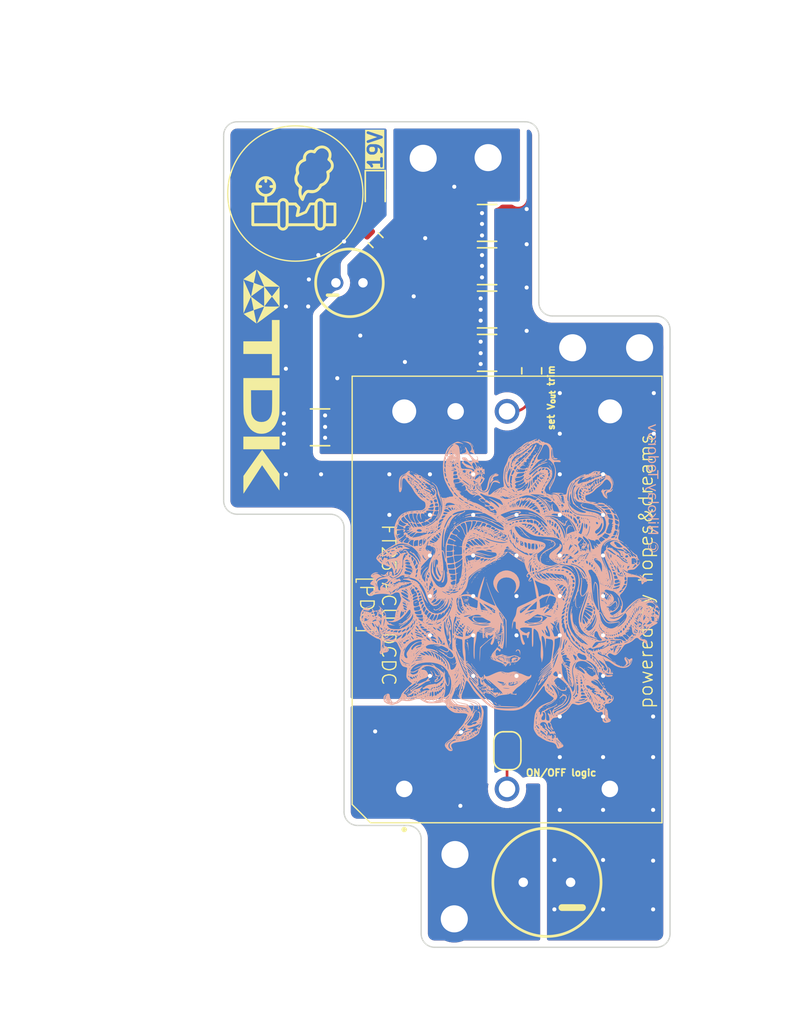
<source format=kicad_pcb>
(kicad_pcb
	(version 20240108)
	(generator "pcbnew")
	(generator_version "8.0")
	(general
		(thickness 1.6)
		(legacy_teardrops no)
	)
	(paper "A5")
	(title_block
		(title "Piggyback DCDC")
		(date "2025-05-12")
		(rev "V1.0")
		(company "FaSTTUBe")
	)
	(layers
		(0 "F.Cu" signal)
		(31 "B.Cu" signal)
		(32 "B.Adhes" user "B.Adhesive")
		(33 "F.Adhes" user "F.Adhesive")
		(34 "B.Paste" user)
		(35 "F.Paste" user)
		(36 "B.SilkS" user "B.Silkscreen")
		(37 "F.SilkS" user "F.Silkscreen")
		(38 "B.Mask" user)
		(39 "F.Mask" user)
		(40 "Dwgs.User" user "User.Drawings")
		(41 "Cmts.User" user "User.Comments")
		(42 "Eco1.User" user "User.Eco1")
		(43 "Eco2.User" user "User.Eco2")
		(44 "Edge.Cuts" user)
		(45 "Margin" user)
		(46 "B.CrtYd" user "B.Courtyard")
		(47 "F.CrtYd" user "F.Courtyard")
		(48 "B.Fab" user)
		(49 "F.Fab" user)
		(50 "User.1" user)
		(51 "User.2" user)
		(52 "User.3" user)
		(53 "User.4" user)
		(54 "User.5" user)
		(55 "User.6" user)
		(56 "User.7" user)
		(57 "User.8" user)
		(58 "User.9" user)
	)
	(setup
		(pad_to_mask_clearance 0)
		(allow_soldermask_bridges_in_footprints no)
		(pcbplotparams
			(layerselection 0x00010fc_ffffffff)
			(plot_on_all_layers_selection 0x0000000_00000000)
			(disableapertmacros no)
			(usegerberextensions no)
			(usegerberattributes yes)
			(usegerberadvancedattributes yes)
			(creategerberjobfile yes)
			(dashed_line_dash_ratio 12.000000)
			(dashed_line_gap_ratio 3.000000)
			(svgprecision 4)
			(plotframeref no)
			(viasonmask no)
			(mode 1)
			(useauxorigin no)
			(hpglpennumber 1)
			(hpglpenspeed 20)
			(hpglpendiameter 15.000000)
			(pdf_front_fp_property_popups yes)
			(pdf_back_fp_property_popups yes)
			(dxfpolygonmode yes)
			(dxfimperialunits yes)
			(dxfusepcbnewfont yes)
			(psnegative no)
			(psa4output no)
			(plotreference yes)
			(plotvalue yes)
			(plotfptext yes)
			(plotinvisibletext no)
			(sketchpadsonfab no)
			(subtractmaskfromsilk no)
			(outputformat 1)
			(mirror no)
			(drillshape 1)
			(scaleselection 1)
			(outputdirectory "")
		)
	)
	(net 0 "")
	(net 1 "Net-(JP1-B)")
	(net 2 "GND")
	(net 3 "Net-(U1-trim)")
	(net 4 "+24V")
	(net 5 "+19V")
	(net 6 "Net-(D1-A)")
	(footprint "FaSTTUBe_logos:hole_2mm" (layer "F.Cu") (at 95.15 50.55))
	(footprint "FaSTTUBe_logos:tdk_logo" (layer "F.Cu") (at 72.099999 53.1 -90))
	(footprint "Capacitor_SMD:C_1210_3225Metric" (layer "F.Cu") (at 76.475736 56.428249 180))
	(footprint "C_THT:C_THT_8mm" (layer "F.Cu") (at 91.5 90.05))
	(footprint "Jumper:SolderJumper-2_P1.3mm_Open_RoundedPad1.0x1.5mm" (layer "F.Cu") (at 90.325 80.325001 -90))
	(footprint "Capacitor_SMD:C_1210_3225Metric" (layer "F.Cu") (at 88.825 41.325))
	(footprint "FaSTTUBe_logos:hole_2mm" (layer "F.Cu") (at 86.4 92.75))
	(footprint "Resistor_SMD:R_0805_2012Metric" (layer "F.Cu") (at 92.125 52.254999 90))
	(footprint "Capacitor_SMD:C_1210_3225Metric" (layer "F.Cu") (at 88.824999 44.525001))
	(footprint "Resistor_SMD:R_0603_1608Metric" (layer "F.Cu") (at 80.588909 42.604019 135))
	(footprint "i6A24014A033V-001-R:I6A24014A033V001R" (layer "F.Cu") (at 82.7 83.15 90))
	(footprint "FaSTTUBe_logos:leak" (layer "F.Cu") (at 74.55 38.75))
	(footprint "Capacitor_SMD:C_1210_3225Metric" (layer "F.Cu") (at 88.825 50.925))
	(footprint "LED_SMD:LED_0603_1608Metric" (layer "F.Cu") (at 80.555 38.945 -90))
	(footprint "Capacitor_SMD:C_1210_3225Metric" (layer "F.Cu") (at 88.825 47.724999))
	(footprint "C_THT:C_THT_5mm" (layer "F.Cu") (at 79.65 45.75 180))
	(footprint "FaSTTUBe_logos:hole_2mm" (layer "F.Cu") (at 100.1 50.55))
	(footprint "FaSTTUBe_logos:hole_2mm" (layer "F.Cu") (at 86.45 88))
	(footprint "FaSTTUBe_logos:hole_2mm" (layer "F.Cu") (at 88.9 36.5))
	(footprint "FaSTTUBe_logos:hole_2mm" (layer "F.Cu") (at 84.1 36.55))
	(footprint "FaSTTUBe_logos:medusa"
		(layer "B.Cu")
		(uuid "b93339fe-0d50-4d2d-9986-7cdf6989cfa6")
		(at 90.45 68.8 180)
		(property "Reference" "G***"
			(at 0 0 0)
			(layer "B.SilkS")
			(hide yes)
			(uuid "251750c4-75e1-478d-850f-b31095155786")
			(effects
				(font
					(size 1.5 1.5)
					(thickness 0.3)
				)
				(justify mirror)
			)
		)
		(property "Value" "LOGO"
			(at 0.75 0 0)
			(layer "B.SilkS")
			(hide yes)
			(uuid "4097c488-5a79-49c9-b589-a0bf14ff0dac")
			(effects
				(font
					(size 1.5 1.5)
					(thickness 0.3)
				)
				(justify mirror)
			)
		)
		(property "Footprint" "FaSTTUBe_logos:medusa"
			(at 0 0 0)
			(layer "B.Fab")
			(hide yes)
			(uuid "4eee4806-c4af-4384-b624-76ffa0c909ff")
			(effects
				(font
					(size 1.27 1.27)
					(thickness 0.15)
				)
				(justify mirror)
			)
		)
		(property "Datasheet" ""
			(at 0 0 0)
			(layer "B.Fab")
			(hide yes)
			(uuid "0772d856-f7d5-47f5-9bc8-a2f05eeb7687")
			(effects
				(font
					(size 1.27 1.27)
					(thickness 0.15)
				)
				(justify mirror)
			)
		)
		(property "Description" ""
			(at 0 0 0)
			(layer "B.Fab")
			(hide yes)
			(uuid "6ac05f29-21b5-4abc-abf3-47bdadff5e82")
			(effects
				(font
					(size 1.27 1.27)
					(thickness 0.15)
				)
				(justify mirror)
			)
		)
		(attr board_only exclude_from_pos_files exclude_from_bom)
		(fp_poly
			(pts
				(xy 10.166939 -1.370628) (xy 10.14959 -1.387978) (xy 10.13224 -1.370628) (xy 10.14959 -1.353278)
			)
			(stroke
				(width 0)
				(type solid)
			)
			(fill solid)
			(layer "B.SilkS")
			(uuid "7bf04e24-10f2-490a-b926-31664146e4cc")
		)
		(fp_poly
			(pts
				(xy 9.819945 -1.440027) (xy 9.802595 -1.457377) (xy 9.785245 -1.440027) (xy 9.802595 -1.422677)
			)
			(stroke
				(width 0)
				(type solid)
			)
			(fill solid)
			(layer "B.SilkS")
			(uuid "81ad6f35-0527-45a1-a99c-5ddd6d0d02ec")
		)
		(fp_poly
			(pts
				(xy 9.681147 -3.036202) (xy 9.663797 -3.053552) (xy 9.646448 -3.036202) (xy 9.663797 -3.018852)
			)
			(stroke
				(width 0)
				(type solid)
			)
			(fill solid)
			(layer "B.SilkS")
			(uuid "8c36be8b-efe8-4f30-94e0-5b57cb5dce72")
		)
		(fp_poly
			(pts
				(xy 9.646448 -1.093033) (xy 9.629098 -1.110382) (xy 9.611748 -1.093033) (xy 9.629098 -1.075683)
			)
			(stroke
				(width 0)
				(type solid)
			)
			(fill solid)
			(layer "B.SilkS")
			(uuid "3ddd2d7f-ef80-42cb-b2c6-ea260635d9f2")
		)
		(fp_poly
			(pts
				(xy 9.542349 -1.544125) (xy 9.525 -1.561475) (xy 9.50765 -1.544125) (xy 9.525 -1.526776)
			)
			(stroke
				(width 0)
				(type solid)
			)
			(fill solid)
			(layer "B.SilkS")
			(uuid "00372548-7b0e-4e07-9d37-7e13f5813f59")
		)
		(fp_poly
			(pts
				(xy 8.952459 -2.932104) (xy 8.935109 -2.949453) (xy 8.917759 -2.932104) (xy 8.935109 -2.914754)
			)
			(stroke
				(width 0)
				(type solid)
			)
			(fill solid)
			(layer "B.SilkS")
			(uuid "1c526713-d65f-4a09-b1db-da3260869c49")
		)
		(fp_poly
			(pts
				(xy 8.952459 -3.938388) (xy 8.935109 -3.955737) (xy 8.917759 -3.938388) (xy 8.935109 -3.921038)
			)
			(stroke
				(width 0)
				(type solid)
			)
			(fill solid)
			(layer "B.SilkS")
			(uuid "91131196-4e92-4b20-92c4-1ac227fadb5f")
		)
		(fp_poly
			(pts
				(xy 8.917759 2.793306) (xy 8.900409 2.775956) (xy 8.88306 2.793306) (xy 8.900409 2.810656)
			)
			(stroke
				(width 0)
				(type solid)
			)
			(fill solid)
			(layer "B.SilkS")
			(uuid "a98df63b-24ac-4dd7-a9bd-e1a2dc9497ec")
		)
		(fp_poly
			(pts
				(xy 8.88306 -2.376912) (xy 8.86571 -2.394262) (xy 8.84836 -2.376912) (xy 8.86571 -2.359563)
			)
			(stroke
				(width 0)
				(type solid)
			)
			(fill solid)
			(layer "B.SilkS")
			(uuid "d29fc0de-89e7-45a9-8a69-b0eae8400e4d")
		)
		(fp_poly
			(pts
				(xy 8.778961 0.121448) (xy 8.761612 0.104099) (xy 8.744262 0.121448) (xy 8.761612 0.138798)
			)
			(stroke
				(width 0)
				(type solid)
			)
			(fill solid)
			(layer "B.SilkS")
			(uuid "addc740e-eea7-4d79-a819-03665f47a05d")
		)
		(fp_poly
			(pts
				(xy 8.431967 1.648224) (xy 8.414617 1.630875) (xy 8.397267 1.648224) (xy 8.414617 1.665574)
			)
			(stroke
				(width 0)
				(type solid)
			)
			(fill solid)
			(layer "B.SilkS")
			(uuid "66c945a7-2753-48a1-8e49-c9c43fe5b233")
		)
		(fp_poly
			(pts
				(xy 8.25847 -1.995218) (xy 8.24112 -2.012568) (xy 8.22377 -1.995218) (xy 8.24112 -1.977869)
			)
			(stroke
				(width 0)
				(type solid)
			)
			(fill solid)
			(layer "B.SilkS")
			(uuid "decb3e6d-45a2-455f-81c1-f021eaa90c5a")
		)
		(fp_poly
			(pts
				(xy 8.154371 -2.793306) (xy 8.137021 -2.810656) (xy 8.119672 -2.793306) (xy 8.137021 -2.775956)
			)
			(stroke
				(width 0)
				(type solid)
			)
			(fill solid)
			(layer "B.SilkS")
			(uuid "0d153cde-cad3-410b-9f09-aaba78f75e95")
		)
		(fp_poly
			(pts
				(xy 8.050273 -1.960519) (xy 8.032923 -1.977869) (xy 8.015573 -1.960519) (xy 8.032923 -1.943169)
			)
			(stroke
				(width 0)
				(type solid)
			)
			(fill solid)
			(layer "B.SilkS")
			(uuid "6ddedd98-47df-4daa-9a42-0bf0ed38f53f")
		)
		(fp_poly
			(pts
				(xy 8.050273 -2.029918) (xy 8.032923 -2.047268) (xy 8.015573 -2.029918) (xy 8.032923 -2.012568)
			)
			(stroke
				(width 0)
				(type solid)
			)
			(fill solid)
			(layer "B.SilkS")
			(uuid "35711222-a5be-4cfd-b9e8-2682e9bc58b3")
		)
		(fp_poly
			(pts
				(xy 7.980874 1.370629) (xy 7.963524 1.353279) (xy 7.946174 1.370629) (xy 7.963524 1.387978)
			)
			(stroke
				(width 0)
				(type solid)
			)
			(fill solid)
			(layer "B.SilkS")
			(uuid "a3ec7e2b-1dc6-49ee-8cf7-57adffcfc0f0")
		)
		(fp_poly
			(pts
				(xy 7.946174 3.938388) (xy 7.928825 3.921038) (xy 7.911475 3.938388) (xy 7.928825 3.955738)
			)
			(stroke
				(width 0)
				(type solid)
			)
			(fill solid)
			(layer "B.SilkS")
			(uuid "e042324d-39f6-4a76-9f98-013c29ea077e")
		)
		(fp_poly
			(pts
				(xy 7.911475 3.140301) (xy 7.894125 3.122951) (xy 7.876776 3.140301) (xy 7.894125 3.15765)
			)
			(stroke
				(width 0)
				(type solid)
			)
			(fill solid)
			(layer "B.SilkS")
			(uuid "79866de3-ee15-4c8b-b76a-c23cc84d57de")
		)
		(fp_poly
			(pts
				(xy 7.772677 -0.64194) (xy 7.755327 -0.659289) (xy 7.737978 -0.64194) (xy 7.755327 -0.62459)
			)
			(stroke
				(width 0)
				(type solid)
			)
			(fill solid)
			(layer "B.SilkS")
			(uuid "98c49ac4-ca76-4c09-9998-2fb44e19e555")
		)
		(fp_poly
			(pts
				(xy 7.737978 -2.862705) (xy 7.720628 -2.880054) (xy 7.703278 -2.862705) (xy 7.720628 -2.845355)
			)
			(stroke
				(width 0)
				(type solid)
			)
			(fill solid)
			(layer "B.SilkS")
			(uuid "80b714cd-2c49-43ad-9fe2-b5812cdd4c22")
		)
		(fp_poly
			(pts
				(xy 7.737978 -2.932104) (xy 7.720628 -2.949453) (xy 7.703278 -2.932104) (xy 7.720628 -2.914754)
			)
			(stroke
				(width 0)
				(type solid)
			)
			(fill solid)
			(layer "B.SilkS")
			(uuid "39dbd7e1-1e2d-436d-8526-a9bf81421d2f")
		)
		(fp_poly
			(pts
				(xy 7.59918 0.156148) (xy 7.58183 0.138798) (xy 7.56448 0.156148) (xy 7.58183 0.173497)
			)
			(stroke
				(width 0)
				(type solid)
			)
			(fill solid)
			(layer "B.SilkS")
			(uuid "42b1429c-ca93-4fd8-9f14-ca416c38b32f")
		)
		(fp_poly
			(pts
				(xy 7.59918 -1.544125) (xy 7.58183 -1.561475) (xy 7.56448 -1.544125) (xy 7.58183 -1.526776)
			)
			(stroke
				(width 0)
				(type solid)
			)
			(fill solid)
			(layer "B.SilkS")
			(uuid "a2a161a2-1109-4bf8-9ece-deeb35f0a9f2")
		)
		(fp_poly
			(pts
				(xy 7.529781 4.909973) (xy 7.512431 4.892623) (xy 7.495082 4.909973) (xy 7.512431 4.927323)
			)
			(stroke
				(width 0)
				(type solid)
			)
			(fill solid)
			(layer "B.SilkS")
			(uuid "da45d30a-679f-496f-ba4b-2019b7248a3f")
		)
		(fp_poly
			(pts
				(xy 7.425683 3.175) (xy 7.408333 3.15765) (xy 7.390983 3.175) (xy 7.408333 3.19235)
			)
			(stroke
				(width 0)
				(type solid)
			)
			(fill solid)
			(layer "B.SilkS")
			(uuid "2bfb815a-3da0-4c74-8533-f01cd0be0edb")
		)
		(fp_poly
			(pts
				(xy 7.390983 -1.995218) (xy 7.373633 -2.012568) (xy 7.356284 -1.995218) (xy 7.373633 -1.977869)
			)
			(stroke
				(width 0)
				(type solid)
			)
			(fill solid)
			(layer "B.SilkS")
			(uuid "fa97973b-1cc4-4125-a725-c38175a2718e")
		)
		(fp_poly
			(pts
				(xy 7.321584 -1.23183) (xy 7.304235 -1.24918) (xy 7.286885 -1.23183) (xy 7.304235 -1.214481)
			)
			(stroke
				(width 0)
				(type solid)
			)
			(fill solid)
			(layer "B.SilkS")
			(uuid "870908ef-6edb-48e4-b113-ec7fe96c0c94")
		)
		(fp_poly
			(pts
				(xy 7.217486 3.279099) (xy 7.200136 3.261749) (xy 7.182786 3.279099) (xy 7.200136 3.296448)
			)
			(stroke
				(width 0)
				(type solid)
			)
			(fill solid)
			(layer "B.SilkS")
			(uuid "3aec5d7e-de24-4eb1-8bd1-bbe1fba9b68b")
		)
		(fp_poly
			(pts
				(xy 7.113388 9.039208) (xy 7.096038 9.021858) (xy 7.078688 9.039208) (xy 7.096038 9.056558)
			)
			(stroke
				(width 0)
				(type solid)
			)
			(fill solid)
			(layer "B.SilkS")
			(uuid "c6670730-766a-4d25-ae2c-d4f0ac0b6749")
		)
		(fp_poly
			(pts
				(xy 7.078688 2.897405) (xy 7.061338 2.880055) (xy 7.043989 2.897405) (xy 7.061338 2.914754)
			)
			(stroke
				(width 0)
				(type solid)
			)
			(fill solid)
			(layer "B.SilkS")
			(uuid "a08df599-942c-4d97-9410-bf78631ef52b")
		)
		(fp_poly
			(pts
				(xy 7.043989 9.004508) (xy 7.026639 8.987159) (xy 7.009289 9.004508) (xy 7.026639 9.021858)
			)
			(stroke
				(width 0)
				(type solid)
			)
			(fill solid)
			(layer "B.SilkS")
			(uuid "6e1d0d5e-734f-4007-9147-7337ae9e00c0")
		)
		(fp_poly
			(pts
				(xy 6.905191 7.998224) (xy 6.887841 7.980875) (xy 6.870491 7.998224) (xy 6.887841 8.015574)
			)
			(stroke
				(width 0)
				(type solid)
			)
			(fill solid)
			(layer "B.SilkS")
			(uuid "d8b1dd58-60e5-48e4-8edd-9260b515c513")
		)
		(fp_poly
			(pts
				(xy 6.905191 2.966803) (xy 6.887841 2.949454) (xy 6.870491 2.966803) (xy 6.887841 2.984153)
			)
			(stroke
				(width 0)
				(type solid)
			)
			(fill solid)
			(layer "B.SilkS")
			(uuid "b692b1c2-d5fb-4e08-a96c-bd252ce1710e")
		)
		(fp_poly
			(pts
				(xy 6.801092 4.320082) (xy 6.783743 4.302732) (xy 6.766393 4.320082) (xy 6.783743 4.337432)
			)
			(stroke
				(width 0)
				(type solid)
			)
			(fill solid)
			(layer "B.SilkS")
			(uuid "3febaa61-c4e2-4d15-a6e9-458099075061")
		)
		(fp_poly
			(pts
				(xy 6.731694 4.424181) (xy 6.714344 4.406831) (xy 6.696994 4.424181) (xy 6.714344 4.44153)
			)
			(stroke
				(width 0)
				(type solid)
			)
			(fill solid)
			(layer "B.SilkS")
			(uuid "dd6b6f06-7db1-4241-bd8b-ea977ab51536")
		)
		(fp_poly
			(pts
				(xy 6.627595 -4.493579) (xy 6.610245 -4.510929) (xy 6.592896 -4.493579) (xy 6.610245 -4.476229)
			)
			(stroke
				(width 0)
				(type solid)
			)
			(fill solid)
			(layer "B.SilkS")
			(uuid "870d0bf3-4169-4fe5-80a0-161df8846011")
		)
		(fp_poly
			(pts
				(xy 6.558196 -2.203415) (xy 6.540847 -2.220765) (xy 6.523497 -2.203415) (xy 6.540847 -2.186065)
			)
			(stroke
				(width 0)
				(type solid)
			)
			(fill solid)
			(layer "B.SilkS")
			(uuid "65b5d7e9-4cf9-462b-a0bd-34b8fd6a81df")
		)
		(fp_poly
			(pts
				(xy 6.558196 -7.061339) (xy 6.540847 -7.078688) (xy 6.523497 -7.061339) (xy 6.540847 -7.043989)
			)
			(stroke
				(width 0)
				(type solid)
			)
			(fill solid)
			(layer "B.SilkS")
			(uuid "4633b408-8aaf-413d-ad01-637dd116f018")
		)
		(fp_poly
			(pts
				(xy 6.523497 -4.354781) (xy 6.506147 -4.372131) (xy 6.488797 -4.354781) (xy 6.506147 -4.337431)
			)
			(stroke
				(width 0)
				(type solid)
			)
			(fill solid)
			(layer "B.SilkS")
			(uuid "0b079dc8-dac6-4cef-b369-2d84e5468c73")
		)
		(fp_poly
			(pts
				(xy 6.488797 3.868989) (xy 6.471448 3.85164) (xy 6.454098 3.868989) (xy 6.471448 3.886339)
			)
			(stroke
				(width 0)
				(type solid)
			)
			(fill solid)
			(layer "B.SilkS")
			(uuid "8cae0f92-eaa0-45d9-83e0-8b9a25ec94fe")
		)
		(fp_poly
			(pts
				(xy 6.454098 -1.89112) (xy 6.436748 -1.90847) (xy 6.419398 -1.89112) (xy 6.436748 -1.87377)
			)
			(stroke
				(width 0)
				(type solid)
			)
			(fill solid)
			(layer "B.SilkS")
			(uuid "ebb37f10-a867-4a41-af3b-41339a553dfe")
		)
		(fp_poly
			(pts
				(xy 6.3153 1.127732) (xy 6.29795 1.110383) (xy 6.280601 1.127732) (xy 6.29795 1.145082)
			)
			(stroke
				(width 0)
				(type solid)
			)
			(fill solid)
			(layer "B.SilkS")
			(uuid "65561819-7859-4c8a-a2f3-0295ebfa1c1e")
		)
		(fp_poly
			(pts
				(xy 6.280601 3.903689) (xy 6.263251 3.886339) (xy 6.245901 3.903689) (xy 6.263251 3.921038)
			)
			(stroke
				(width 0)
				(type solid)
			)
			(fill solid)
			(layer "B.SilkS")
			(uuid "e623dc4a-9449-4251-a873-95fe58c08f52")
		)
		(fp_poly
			(pts
				(xy 6.280601 -6.575546) (xy 6.263251 -6.592896) (xy 6.245901 -6.575546) (xy 6.263251 -6.558197)
			)
			(stroke
				(width 0)
				(type solid)
			)
			(fill solid)
			(layer "B.SilkS")
			(uuid "8e5e3dd4-32f8-44f1-be2a-ccb526db2352")
		)
		(fp_poly
			(pts
				(xy 6.245901 -1.370628) (xy 6.228551 -1.387978) (xy 6.211202 -1.370628) (xy 6.228551 -1.353278)
			)
			(stroke
				(width 0)
				(type solid)
			)
			(fill solid)
			(layer "B.SilkS")
			(uuid "e544546c-d59c-46ef-9a6c-f05c3336af84")
		)
		(fp_poly
			(pts
				(xy 6.245901 -2.654508) (xy 6.228551 -2.671858) (xy 6.211202 -2.654508) (xy 6.228551 -2.637158)
			)
			(stroke
				(width 0)
				(type solid)
			)
			(fill solid)
			(layer "B.SilkS")
			(uuid "89dace70-937a-42a2-9592-0a339f472e18")
		)
		(fp_poly
			(pts
				(xy 6.211202 1.752323) (xy 6.193852 1.734973) (xy 6.176502 1.752323) (xy 6.193852 1.769672)
			)
			(stroke
				(width 0)
				(type solid)
			)
			(fill solid)
			(layer "B.SilkS")
			(uuid "eafdd20d-ebc5-4e12-832e-d0462e5f96cf")
		)
		(fp_poly
			(pts
				(xy 6.176502 2.029918) (xy 6.159153 2.012569) (xy 6.141803 2.029918) (xy 6.159153 2.047268)
			)
			(stroke
				(width 0)
				(type solid)
			)
			(fill solid)
			(layer "B.SilkS")
			(uuid "17e70075-cf85-4b95-8223-c0fb9b537843")
		)
		(fp_poly
			(pts
				(xy 6.072404 5.74276) (xy 6.055054 5.72541) (xy 6.037705 5.74276) (xy 6.055054 5.760109)
			)
			(stroke
				(width 0)
				(type solid)
			)
			(fill solid)
			(layer "B.SilkS")
			(uuid "9e78aeed-1bd8-4bbb-b808-b4ee6ae45e92")
		)
		(fp_poly
			(pts
				(xy 6.072404 2.272814) (xy 6.055054 2.255465) (xy 6.037705 2.272814) (xy 6.055054 2.290164)
			)
			(stroke
				(width 0)
				(type solid)
			)
			(fill solid)
			(layer "B.SilkS")
			(uuid "14b9041a-28e3-47d6-927b-19af1777f0dc")
		)
		(fp_poly
			(pts
				(xy 6.072404 -0.711339) (xy 6.055054 -0.728688) (xy 6.037705 -0.711339) (xy 6.055054 -0.693989)
			)
			(stroke
				(width 0)
				(type solid)
			)
			(fill solid)
			(layer "B.SilkS")
			(uuid "50f0e4bb-494c-4494-940e-2a9d4df78881")
		)
		(fp_poly
			(pts
				(xy 6.072404 -5.603962) (xy 6.055054 -5.621311) (xy 6.037705 -5.603962) (xy 6.055054 -5.586612)
			)
			(stroke
				(width 0)
				(type solid)
			)
			(fill solid)
			(layer "B.SilkS")
			(uuid "c5a1615f-e700-4c42-a57f-8f4f71d574dd")
		)
		(fp_poly
			(pts
				(xy 6.037705 -0.884836) (xy 6.020355 -0.902186) (xy 6.003005 -0.884836) (xy 6.020355 -0.867486)
			)
			(stroke
				(width 0)
				(type solid)
			)
			(fill solid)
			(layer "B.SilkS")
			(uuid "26feb61e-a4a4-4be5-a935-b4ce39952f1c")
		)
		(fp_poly
			(pts
				(xy 6.003005 5.70806) (xy 5.985655 5.690711) (xy 5.968306 5.70806) (xy 5.985655 5.72541)
			)
			(stroke
				(width 0)
				(type solid)
			)
			(fill solid)
			(layer "B.SilkS")
			(uuid "46c9d090-b089-41cf-a8aa-aee3a0c2acd5")
		)
		(fp_poly
			(pts
				(xy 6.003005 -0.988934) (xy 5.985655 -1.006284) (xy 5.968306 -0.988934) (xy 5.985655 -0.971584)
			)
			(stroke
				(width 0)
				(type solid)
			)
			(fill solid)
			(layer "B.SilkS")
			(uuid "af0a0735-21bc-4154-8818-54b89c34f0ae")
		)
		(fp_poly
			(pts
				(xy 5.968306 4.215984) (xy 5.950956 4.198634) (xy 5.933606 4.215984) (xy 5.950956 4.233334)
			)
			(stroke
				(width 0)
				(type solid)
			)
			(fill solid)
			(layer "B.SilkS")
			(uuid "6125dcbf-f4bf-48ae-9c08-658683fa2f4b")
		)
		(fp_poly
			(pts
				(xy 5.968306 -1.058333) (xy 5.950956 -1.075683) (xy 5.933606 -1.058333) (xy 5.950956 -1.040983)
			)
			(stroke
				(width 0)
				(type solid)
			)
			(fill solid)
			(layer "B.SilkS")
			(uuid "6864a87e-ecd6-4481-b4ee-a1b43d7db1aa")
		)
		(fp_poly
			(pts
				(xy 5.968306 -4.45888) (xy 5.950956 -4.476229) (xy 5.933606 -4.45888) (xy 5.950956 -4.44153)
			)
			(stroke
				(width 0)
				(type solid)
			)
			(fill solid)
			(layer "B.SilkS")
			(uuid "85f3be80-43ff-4711-835c-091c1c243fd3")
		)
		(fp_poly
			(pts
				(xy 5.933606 4.562978) (xy 5.916256 4.545629) (xy 5.898907 4.562978) (xy 5.916256 4.580328)
			)
			(stroke
				(width 0)
				(type solid)
			)
			(fill solid)
			(layer "B.SilkS")
			(uuid "1e6d0dbf-116e-4b91-a909-0c64ab2e135f")
		)
		(fp_poly
			(pts
				(xy 5.933606 -6.055054) (xy 5.916256 -6.072404) (xy 5.898907 -6.055054) (xy 5.916256 -6.037705)
			)
			(stroke
				(width 0)
				(type solid)
			)
			(fill solid)
			(layer "B.SilkS")
			(uuid "bae590d9-9301-4ebb-b9e2-108fb37bf4b6")
		)
		(fp_poly
			(pts
				(xy 5.898907 -1.023634) (xy 5.881557 -1.040983) (xy 5.864207 -1.023634) (xy 5.881557 -1.006284)
			)
			(stroke
				(width 0)
				(type solid)
			)
			(fill solid)
			(layer "B.SilkS")
			(uuid "e85726b7-ed92-415d-b035-1f2679553515")
		)
		(fp_poly
			(pts
				(xy 5.864207 -5.118169) (xy 5.846858 -5.135519) (xy 5.829508 -5.118169) (xy 5.846858 -5.100819)
			)
			(stroke
				(width 0)
				(type solid)
			)
			(fill solid)
			(layer "B.SilkS")
			(uuid "4ec30e3c-3696-422b-9a21-0db77a7d6d83")
		)
		(fp_poly
			(pts
				(xy 5.864207 -5.499863) (xy 5.846858 -5.517213) (xy 5.829508 -5.499863) (xy 5.846858 -5.482513)
			)
			(stroke
				(width 0)
				(type solid)
			)
			(fill solid)
			(layer "B.SilkS")
			(uuid "66ef45ac-9dc3-4f21-b867-1fbfce44627f")
		)
		(fp_poly
			(pts
				(xy 5.760109 0.954235) (xy 5.742759 0.936885) (xy 5.725409 0.954235) (xy 5.742759 0.971585)
			)
			(stroke
				(width 0)
				(type solid)
			)
			(fill solid)
			(layer "B.SilkS")
			(uuid "a29b7386-4f01-4ffc-b192-0f5595247682")
		)
		(fp_poly
			(pts
				(xy 5.725409 3.521995) (xy 5.70806 3.504645) (xy 5.69071 3.521995) (xy 5.70806 3.539344)
			)
			(stroke
				(width 0)
				(type solid)
			)
			(fill solid)
			(layer "B.SilkS")
			(uuid "f064e1d1-b9e2-4d94-872f-41fca2b96fe0")
		)
		(fp_poly
			(pts
				(xy 5.725409 0.815437) (xy 5.70806 0.798088) (xy 5.69071 0.815437) (xy 5.70806 0.832787)
			)
			(stroke
				(width 0)
				(type solid)
			)
			(fill solid)
			(layer "B.SilkS")
			(uuid "c7b62133-c13f-464c-b1fc-33958b8d7cbf")
		)
		(fp_poly
			(pts
				(xy 5.725409 -1.787022) (xy 5.70806 -1.804371) (xy 5.69071 -1.787022) (xy 5.70806 -1.769672)
			)
			(stroke
				(width 0)
				(type solid)
			)
			(fill solid)
			(layer "B.SilkS")
			(uuid "5c6fe6b7-2d4f-4a14-9247-ef74629894b8")
		)
		(fp_poly
			(pts
				(xy 5.725409 -5.395765) (xy 5.70806 -5.413115) (xy 5.69071 -5.395765) (xy 5.70806 -5.378415)
			)
			(stroke
				(width 0)
				(type solid)
			)
			(fill solid)
			(layer "B.SilkS")
			(uuid "3b0f0bbd-b38c-4eac-beea-6a0d90f137ac")
		)
		(fp_poly
			(pts
				(xy 5.69071 -1.23183) (xy 5.67336 -1.24918) (xy 5.656011 -1.23183) (xy 5.67336 -1.214481)
			)
			(stroke
				(width 0)
				(type solid)
			)
			(fill solid)
			(layer "B.SilkS")
			(uuid "194852ec-310c-41a5-af86-c17be55fd867")
		)
		(fp_poly
			(pts
				(xy 5.69071 -3.695492) (xy 5.67336 -3.712841) (xy 5.656011 -3.695492) (xy 5.67336 -3.678142)
			)
			(stroke
				(width 0)
				(type solid)
			)
			(fill solid)
			(layer "B.SilkS")
			(uuid "5713fc9b-0571-49e8-8278-0ce3c03e3249")
		)
		(fp_poly
			(pts
				(xy 5.69071 -5.569262) (xy 5.67336 -5.586612) (xy 5.656011 -5.569262) (xy 5.67336 -5.551912)
			)
			(stroke
				(width 0)
				(type solid)
			)
			(fill solid)
			(layer "B.SilkS")
			(uuid "2b5f162a-f95d-4dc5-9b06-6aed3b25e4a3")
		)
		(fp_poly
			(pts
				(xy 5.621311 7.512432) (xy 5.603961 7.495082) (xy 5.586612 7.512432) (xy 5.603961 7.529782)
			)
			(stroke
				(width 0)
				(type solid)
			)
			(fill solid)
			(layer "B.SilkS")
			(uuid "50c8b01c-4231-40ee-ba23-dfe376afabb2")
		)
		(fp_poly
			(pts
				(xy 5.621311 -0.884836) (xy 5.603961 -0.902186) (xy 5.586612 -0.884836) (xy 5.603961 -0.867486)
			)
			(stroke
				(width 0)
				(type solid)
			)
			(fill solid)
			(layer "B.SilkS")
			(uuid "d171aac6-4645-4e36-8399-1d66932dc15d")
		)
		(fp_poly
			(pts
				(xy 5.586612 0.433743) (xy 5.569262 0.416394) (xy 5.551912 0.433743) (xy 5.569262 0.451093)
			)
			(stroke
				(width 0)
				(type solid)
			)
			(fill solid)
			(layer "B.SilkS")
			(uuid "e4dc803a-1a93-43b2-87c0-0ecc401dd8a6")
		)
		(fp_poly
			(pts
				(xy 5.586612 0.086749) (xy 5.569262 0.069399) (xy 5.551912 0.086749) (xy 5.569262 0.104099)
			)
			(stroke
				(width 0)
				(type solid)
			)
			(fill solid)
			(layer "B.SilkS")
			(uuid "653bbba1-c087-40fa-899e-e224cd6db4e7")
		)
		(fp_poly
			(pts
				(xy 5.586612 -3.834289) (xy 5.569262 -3.851639) (xy 5.551912 -3.834289) (xy 5.569262 -3.81694)
			)
			(stroke
				(width 0)
				(type solid)
			)
			(fill solid)
			(layer "B.SilkS")
			(uuid "ccc1ae16-93d0-48f8-95f5-89838b8228f7")
		)
		(fp_poly
			(pts
				(xy 5.551912 -5.499863) (xy 5.534562 -5.517213) (xy 5.517213 -5.499863) (xy 5.534562 -5.482513)
			)
			(stroke
				(width 0)
				(type solid)
			)
			(fill solid)
			(layer "B.SilkS")
			(uuid "384c85cf-5892-4360-a541-28826f51dac0")
		)
		(fp_poly
			(pts
				(xy 5.551912 -6.263251) (xy 5.534562 -6.280601) (xy 5.517213 -6.263251) (xy 5.534562 -6.245901)
			)
			(stroke
				(width 0)
				(type solid)
			)
			(fill solid)
			(layer "B.SilkS")
			(uuid "ac301277-d5c0-4f37-891b-6466bd0601fa")
		)
		(fp_poly
			(pts
				(xy 5.517213 -1.301229) (xy 5.499863 -1.318579) (xy 5.482513 -1.301229) (xy 5.499863 -1.28388)
			)
			(stroke
				(width 0)
				(type solid)
			)
			(fill solid)
			(layer "B.SilkS")
			(uuid "21e6bb69-74f7-4898-a023-7f18f25f1e72")
		)
		(fp_poly
			(pts
				(xy 5.447814 -0.919535) (xy 5.430464 -0.936885) (xy 5.413114 -0.919535) (xy 5.430464 -0.902186)
			)
			(stroke
				(width 0)
				(type solid)
			)
			(fill solid)
			(layer "B.SilkS")
			(uuid "aec0d48c-817d-43ef-adee-e96997e310cd")
		)
		(fp_poly
			(pts
				(xy 5.413114 7.894126) (xy 5.395765 7.876776) (xy 5.378415 7.894126) (xy 5.395765 7.911476)
			)
			(stroke
				(width 0)
				(type solid)
			)
			(fill solid)
			(layer "B.SilkS")
			(uuid "7ac3d9d2-ebf4-4a2f-afea-4fa9d9b20945")
		)
		(fp_poly
			(pts
				(xy 5.413114 -0.399044) (xy 5.395765 -0.416393) (xy 5.378415 -0.399044) (xy 5.395765 -0.381694)
			)
			(stroke
				(width 0)
				(type solid)
			)
			(fill solid)
			(layer "B.SilkS")
			(uuid "f1cdf330-1d58-477d-bdc9-ba7ab07b5807")
		)
		(fp_poly
			(pts
				(xy 5.378415 -0.884836) (xy 5.361065 -0.902186) (xy 5.343715 -0.884836) (xy 5.361065 -0.867486)
			)
			(stroke
				(width 0)
				(type solid)
			)
			(fill solid)
			(layer "B.SilkS")
			(uuid "a956125c-5d1e-4df9-9101-144a87a97c6e")
		)
		(fp_poly
			(pts
				(xy 5.309016 -1.197131) (xy 5.291666 -1.214481) (xy 5.274317 -1.197131) (xy 5.291666 -1.179781)
			)
			(stroke
				(width 0)
				(type solid)
			)
			(fill solid)
			(layer "B.SilkS")
			(uuid "69155f6d-7359-4858-b3e1-8d62b07d9333")
		)
		(fp_poly
			(pts
				(xy 5.309016 -3.903688) (xy 5.291666 -3.921038) (xy 5.274317 -3.903688) (xy 5.291666 -3.886339)
			)
			(stroke
				(width 0)
				(type solid)
			)
			(fill solid)
			(layer "B.SilkS")
			(uuid "bccd0264-fb55-47c1-9675-afd1bb143e7c")
		)
		(fp_poly
			(pts
				(xy 5.309016 -5.846858) (xy 5.291666 -5.864207) (xy 5.274317 -5.846858) (xy 5.291666 -5.829508)
			)
			(stroke
				(width 0)
				(type solid)
			)
			(fill solid)
			(layer "B.SilkS")
			(uuid "64b842f3-496a-4b01-9207-fa1b9ed8c2b8")
		)
		(fp_poly
			(pts
				(xy 5.239617 -0.780737) (xy 5.222267 -0.798087) (xy 5.204918 -0.780737) (xy 5.222267 -0.763388)
			)
			(stroke
				(width 0)
				(type solid)
			)
			(fill solid)
			(layer "B.SilkS")
			(uuid "34417d21-9522-4f8e-8855-50a84ec2c956")
		)
		(fp_poly
			(pts
				(xy 5.239617 -1.301229) (xy 5.222267 -1.318579) (xy 5.204918 -1.301229) (xy 5.222267 -1.28388)
			)
			(stroke
				(width 0)
				(type solid)
			)
			(fill solid)
			(layer "B.SilkS")
			(uuid "769b9957-a70c-40c1-bd2f-ebe82e70ea6b")
		)
		(fp_poly
			(pts
				(xy 5.239617 -3.938388) (xy 5.222267 -3.955737) (xy 5.204918 -3.938388) (xy 5.222267 -3.921038)
			)
			(stroke
				(width 0)
				(type solid)
			)
			(fill solid)
			(layer "B.SilkS")
			(uuid "ad60d9b0-7351-4b97-a6c9-7c0c3b9d1962")
		)
		(fp_poly
			(pts
				(xy 5.204918 -0.850136) (xy 5.187568 -0.867486) (xy 5.170218 -0.850136) (xy 5.187568 -0.832787)
			)
			(stroke
				(width 0)
				(type solid)
			)
			(fill solid)
			(layer "B.SilkS")
			(uuid "35c5c167-79e1-4655-8bf2-e2116e317e8a")
		)
		(fp_poly
			(pts
				(xy 5.170218 -3.209699) (xy 5.152868 -3.227049) (xy 5.135519 -3.209699) (xy 5.152868 -3.19235)
			)
			(stroke
				(width 0)
				(type solid)
			)
			(fill solid)
			(layer "B.SilkS")
			(uuid "1faa3e28-bd43-41b9-8279-0f19b8d17eb1")
		)
		(fp_poly
			(pts
				(xy 5.135519 -0.884836) (xy 5.118169 -0.902186) (xy 5.100819 -0.884836) (xy 5.118169 -0.867486)
			)
			(stroke
				(width 0)
				(type solid)
			)
			(fill solid)
			(layer "B.SilkS")
			(uuid "91e63786-e66d-4d72-8399-15a5c8b1947b")
		)
		(fp_poly
			(pts
				(xy 5.135519 -2.342213) (xy 5.118169 -2.359563) (xy 5.100819 -2.342213) (xy 5.118169 -2.324863)
			)
			(stroke
				(width 0)
				(type solid)
			)
			(fill solid)
			(layer "B.SilkS")
			(uuid "be186a4e-e7f7-4e67-b2b2-4c256f0e8f18")
		)
		(fp_poly
			(pts
				(xy 5.135519 -5.256967) (xy 5.118169 -5.274317) (xy 5.100819 -5.256967) (xy 5.118169 -5.239617)
			)
			(stroke
				(width 0)
				(type solid)
			)
			(fill solid)
			(layer "B.SilkS")
			(uuid "f7dcf166-2c15-495b-9cf7-e2639ca6b56f")
		)
		(fp_poly
			(pts
				(xy 5.06612 -0.780737) (xy 5.04877 -0.798087) (xy 5.03142 -0.780737) (xy 5.04877 -0.763388)
			)
			(stroke
				(width 0)
				(type solid)
			)
			(fill solid)
			(layer "B.SilkS")
			(uuid "0ae7771f-09de-420f-b24a-c28f366c8e9d")
		)
		(fp_poly
			(pts
				(xy 5.03142 0.67664) (xy 5.014071 0.65929) (xy 4.996721 0.67664) (xy 5.014071 0.693989)
			)
			(stroke
				(width 0)
				(type solid)
			)
			(fill solid)
			(layer "B.SilkS")
			(uuid "bd90be6b-ad23-486a-abd6-5790c70b3204")
		)
		(fp_poly
			(pts
				(xy 4.996721 -0.746038) (xy 4.979371 -0.763388) (xy 4.962021 -0.746038) (xy 4.979371 -0.728688)
			)
			(stroke
				(width 0)
				(type solid)
			)
			(fill solid)
			(layer "B.SilkS")
			(uuid "934e27d0-2af4-4f80-b3a0-47d7a37d734c")
		)
		(fp_poly
			(pts
				(xy 4.927322 -4.215983) (xy 4.909972 -4.233333) (xy 4.892623 -4.215983) (xy 4.909972 -4.198634)
			)
			(stroke
				(width 0)
				(type solid)
			)
			(fill solid)
			(layer "B.SilkS")
			(uuid "d4e5493b-664a-41fb-9080-725fb8396c52")
		)
		(fp_poly
			(pts
				(xy 4.857923 3.417896) (xy 4.840573 3.400547) (xy 4.823224 3.417896) (xy 4.840573 3.435246)
			)
			(stroke
				(width 0)
				(type solid)
			)
			(fill solid)
			(layer "B.SilkS")
			(uuid "edbfda8a-436c-4757-968e-64cad61f24d3")
		)
		(fp_poly
			(pts
				(xy 4.857923 3.313798) (xy 4.840573 3.296448) (xy 4.823224 3.313798) (xy 4.840573 3.331148)
			)
			(stroke
				(width 0)
				(type solid)
			)
			(fill solid)
			(layer "B.SilkS")
			(uuid "b7936ee2-6f16-4919-9bcc-fa3bf4e09366")
		)
		(fp_poly
			(pts
				(xy 4.857923 -1.162431) (xy 4.840573 -1.179781) (xy 4.823224 -1.162431) (xy 4.840573 -1.145082)
			)
			(stroke
				(width 0)
				(type solid)
			)
			(fill solid)
			(layer "B.SilkS")
			(uuid "172e1902-93da-446c-924e-0156731efbd7")
		)
		(fp_poly
			(pts
				(xy 4.823224 -0.780737) (xy 4.805874 -0.798087) (xy 4.788524 -0.780737) (xy 4.805874 -0.763388)
			)
			(stroke
				(width 0)
				(type solid)
			)
			(fill solid)
			(layer "B.SilkS")
			(uuid "8f512d8c-fa32-4b70-8428-490cd9e19170")
		)
		(fp_poly
			(pts
				(xy 4.823224 -3.660792) (xy 4.805874 -3.678142) (xy 4.788524 -3.660792) (xy 4.805874 -3.643442)
			)
			(stroke
				(width 0)
				(type solid)
			)
			(fill solid)
			(layer "B.SilkS")
			(uuid "4a8a1190-fe98-498f-89e0-330399b837ba")
		)
		(fp_poly
			(pts
				(xy 4.788524 3.279099) (xy 4.771174 3.261749) (xy 4.753825 3.279099) (xy 4.771174 3.296448)
			)
			(stroke
				(width 0)
				(type solid)
			)
			(fill solid)
			(layer "B.SilkS")
			(uuid "ad08623e-c7f8-43b6-a82e-d3f4e01445ac")
		)
		(fp_poly
			(pts
				(xy 4.788524 3.2097) (xy 4.771174 3.19235) (xy 4.753825 3.2097) (xy 4.771174 3.227049)
			)
			(stroke
				(width 0)
				(type solid)
			)
			(fill solid)
			(layer "B.SilkS")
			(uuid "deaba8a5-61a3-4eaa-9a16-e97155f6b8b8")
		)
		(fp_poly
			(pts
				(xy 4.753825 3.730191) (xy 4.736475 3.712842) (xy 4.719125 3.730191) (xy 4.736475 3.747541)
			)
			(stroke
				(width 0)
				(type solid)
			)
			(fill solid)
			(layer "B.SilkS")
			(uuid "bb34679d-2129-4151-91b0-8cf9687bfa38")
		)
		(fp_poly
			(pts
				(xy 4.719125 2.307514) (xy 4.701776 2.290164) (xy 4.684426 2.307514) (xy 4.701776 2.324864)
			)
			(stroke
				(width 0)
				(type solid)
			)
			(fill solid)
			(layer "B.SilkS")
			(uuid "8dddeda8-4325-42f2-92b5-c674566ec394")
		)
		(fp_poly
			(pts
				(xy 4.719125 2.238115) (xy 4.701776 2.220765) (xy 4.684426 2.238115) (xy 4.701776 2.255465)
			)
			(stroke
				(width 0)
				(type solid)
			)
			(fill solid)
			(layer "B.SilkS")
			(uuid "6e0a9131-10eb-4e00-8ba8-5ab103e260a8")
		)
		(fp_poly
			(pts
				(xy 4.684426 -0.988934) (xy 4.667076 -1.006284) (xy 4.649726 -0.988934) (xy 4.667076 -0.971584)
			)
			(stroke
				(width 0)
				(type solid)
			)
			(fill solid)
			(layer "B.SilkS")
			(uuid "b7f0d17d-738a-4613-8600-2da72aeee775")
		)
		(fp_poly
			(pts
				(xy 4.649726 4.285383) (xy 4.632377 4.268033) (xy 4.615027 4.285383) (xy 4.632377 4.302732)
			)
			(stroke
				(width 0)
				(type solid)
			)
			(fill solid)
			(layer "B.SilkS")
			(uuid "2e607bdc-9d97-4176-960d-02500d006afa")
		)
		(fp_poly
			(pts
				(xy 4.649726 -4.320082) (xy 4.632377 -4.337431) (xy 4.615027 -4.320082) (xy 4.632377 -4.302732)
			)
			(stroke
				(width 0)
				(type solid)
			)
			(fill solid)
			(layer "B.SilkS")
			(uuid "2386e47f-538d-4147-b82b-f822c60e7158")
		)
		(fp_poly
			(pts
				(xy 4.649726 -4.667076) (xy 4.632377 -4.684426) (xy 4.615027 -4.667076) (xy 4.632377 -4.649727)
			)
			(stroke
				(width 0)
				(type solid)
			)
			(fill solid)
			(layer "B.SilkS")
			(uuid "c88cfa8d-4875-41eb-93fe-14675a142e03")
		)
		(fp_poly
			(pts
				(xy 4.615027 4.181284) (xy 4.597677 4.163935) (xy 4.580327 4.181284) (xy 4.597677 4.198634)
			)
			(stroke
				(width 0)
				(type solid)
			)
			(fill solid)
			(layer "B.SilkS")
			(uuid "8a7a07df-8f1c-4f2c-b320-a6fb087a30c8")
		)
		(fp_poly
			(pts
				(xy 4.615027 -5.742759) (xy 4.597677 -5.760109) (xy 4.580327 -5.742759) (xy 4.597677 -5.72541)
			)
			(stroke
				(width 0)
				(type solid)
			)
			(fill solid)
			(layer "B.SilkS")
			(uuid "ba7cb75e-16d0-4841-a6f6-579f159f979a")
		)
		(fp_poly
			(pts
				(xy 4.615027 -7.026639) (xy 4.597677 -7.043989) (xy 4.580327 -7.026639) (xy 4.597677 -7.009289)
			)
			(stroke
				(width 0)
				(type solid)
			)
			(fill solid)
			(layer "B.SilkS")
			(uuid "4fc853f0-27bd-48a6-839e-752b78efc0f0")
		)
		(fp_poly
			(pts
				(xy 4.545628 -5.846858) (xy 4.528278 -5.864207) (xy 4.510929 -5.846858) (xy 4.528278 -5.829508)
			)
			(stroke
				(width 0)
				(type solid)
			)
			(fill solid)
			(layer "B.SilkS")
			(uuid "7d750232-7b80-4851-8de5-f9df1b6dbca0")
		)
		(fp_poly
			(pts
				(xy 4.510929 -2.064617) (xy 4.493579 -2.081967) (xy 4.476229 -2.064617) (xy 4.493579 -2.047268)
			)
			(stroke
				(width 0)
				(type solid)
			)
			(fill solid)
			(layer "B.SilkS")
			(uuid "21744b57-e13d-42e1-a03e-a28440ca66a2")
		)
		(fp_poly
			(pts
				(xy 4.44153 4.701776) (xy 4.42418 4.684426) (xy 4.40683 4.701776) (xy 4.42418 4.719126)
			)
			(stroke
				(width 0)
				(type solid)
			)
			(fill solid)
			(layer "B.SilkS")
			(uuid "929629cc-6d86-4ac4-be62-55df0895c7b1")
		)
		(fp_poly
			(pts
				(xy 4.44153 -4.354781) (xy 4.42418 -4.372131) (xy 4.40683 -4.354781) (xy 4.42418 -4.337431)
			)
			(stroke
				(width 0)
				(type solid)
			)
			(fill solid)
			(layer "B.SilkS")
			(uuid "c7c599c6-dee5-4103-b5d6-a7d39bfeb330")
		)
		(fp_poly
			(pts
				(xy 4.44153 -4.736475) (xy 4.42418 -4.753825) (xy 4.40683 -4.736475) (xy 4.42418 -4.719125)
			)
			(stroke
				(width 0)
				(type solid)
			)
			(fill solid)
			(layer "B.SilkS")
			(uuid "f8abb462-a697-46c6-988c-e704d818af49")
		)
		(fp_poly
			(pts
				(xy 4.40683 4.909973) (xy 4.38948 4.892623) (xy 4.372131 4.909973) (xy 4.38948 4.927323)
			)
			(stroke
				(width 0)
				(type solid)
			)
			(fill solid)
			(layer "B.SilkS")
			(uuid "705862cd-d2d6-4c06-a8a6-8618fc80bb96")
		)
		(fp_poly
			(pts
				(xy 4.372131 4.840574) (xy 4.354781 4.823224) (xy 4.337431 4.840574) (xy 4.354781 4.857924)
			)
			(stroke
				(width 0)
				(type solid)
			)
			(fill solid)
			(layer "B.SilkS")
			(uuid "0fb72cc2-8e6a-4b44-96a4-05b4cc9b1b73")
		)
		(fp_poly
			(pts
				(xy 4.372131 -4.771175) (xy 4.354781 -4.788524) (xy 4.337431 -4.771175) (xy 4.354781 -4.753825)
			)
			(stroke
				(width 0)
				(type solid)
			)
			(fill solid)
			(layer "B.SilkS")
			(uuid "0e689388-a3a5-4a02-be0c-9101589a7648")
		)
		(fp_poly
			(pts
				(xy 4.337431 -5.014071) (xy 4.320082 -5.031421) (xy 4.302732 -5.014071) (xy 4.320082 -4.996721)
			)
			(stroke
				(width 0)
				(type solid)
			)
			(fill solid)
			(layer "B.SilkS")
			(uuid "357c1b7b-d1b9-4845-80ce-90ff6b77a1bc")
		)
		(fp_poly
			(pts
				(xy 4.302732 5.048771) (xy 4.285382 5.031421) (xy 4.268032 5.048771) (xy 4.285382 5.06612)
			)
			(stroke
				(width 0)
				(type solid)
			)
			(fill solid)
			(layer "B.SilkS")
			(uuid "305fe479-3756-4a2f-a37e-886e8ed4e90a")
		)
		(fp_poly
			(pts
				(xy 4.163934 -4.979371) (xy 4.146584 -4.996721) (xy 4.129235 -4.979371) (xy 4.146584 -4.962022)
			)
			(stroke
				(width 0)
				(type solid)
			)
			(fill solid)
			(layer "B.SilkS")
			(uuid "2b8e55cb-c614-4e49-9805-2d643c8af537")
		)
		(fp_poly
			(pts
				(xy 4.163934 -5.04877) (xy 4.146584 -5.06612) (xy 4.129235 -5.04877) (xy 4.146584 -5.031421)
			)
			(stroke
				(width 0)
				(type solid)
			)
			(fill solid)
			(layer "B.SilkS")
			(uuid "e41dcdab-b4aa-4fa5-bf2b-6cfdd1235b00")
		)
		(fp_poly
			(pts
				(xy 4.094535 5.534563) (xy 4.077185 5.517213) (xy 4.059836 5.534563) (xy 4.077185 5.551913)
			)
			(stroke
				(width 0)
				(type solid)
			)
			(fill solid)
			(layer "B.SilkS")
			(uuid "b278ba32-f26f-4afe-86c5-db057f8a90be")
		)
		(fp_poly
			(pts
				(xy 4.059836 5.638661) (xy 4.042486 5.621312) (xy 4.025136 5.638661) (xy 4.042486 5.656011)
			)
			(stroke
				(width 0)
				(type solid)
			)
			(fill solid)
			(layer "B.SilkS")
			(uuid "c517cac4-2036-4dbf-a469-1a80fe501924")
		)
		(fp_poly
			(pts
				(xy 4.059836 5.430465) (xy 4.042486 5.413115) (xy 4.025136 5.430465) (xy 4.042486 5.447814)
			)
			(stroke
				(width 0)
				(type solid)
			)
			(fill solid)
			(layer "B.SilkS")
			(uuid "290d541c-7833-4a76-9901-dd4d80dc642e")
		)
		(fp_poly
			(pts
				(xy 3.990437 4.215984) (xy 3.973087 4.198634) (xy 3.955737 4.215984) (xy 3.973087 4.233334)
			)
			(stroke
				(width 0)
				(type solid)
			)
			(fill solid)
			(layer "B.SilkS")
			(uuid "7aa5c892-1593-4bbf-9d72-213b47759d1e")
		)
		(fp_poly
			(pts
				(xy 3.990437 -7.547131) (xy 3.973087 -7.564481) (xy 3.955737 -7.547131) (xy 3.973087 -7.529781)
			)
			(stroke
				(width 0)
				(type solid)
			)
			(fill solid)
			(layer "B.SilkS")
			(uuid "d0cf75ca-4da1-4d40-97eb-682c5ddb3b83")
		)
		(fp_poly
			(pts
				(xy 3.955737 5.187569) (xy 3.938388 5.170219) (xy 3.921038 5.187569) (xy 3.938388 5.204918)
			)
			(stroke
				(width 0)
				(type solid)
			)
			(fill solid)
			(layer "B.SilkS")
			(uuid "dc8109ed-cad5-42dd-8631-86f0d139c6d3")
		)
		(fp_poly
			(pts
				(xy 3.955737 4.285383) (xy 3.938388 4.268033) (xy 3.921038 4.285383) (xy 3.938388 4.302732)
			)
			(stroke
				(width 0)
				(type solid)
			)
			(fill solid)
			(layer "B.SilkS")
			(uuid "9acd6d17-cc81-479d-9c94-072b931a724d")
		)
		(fp_poly
			(pts
				(xy 3.921038 -2.932104) (xy 3.903688 -2.949453) (xy 3.886338 -2.932104) (xy 3.903688 -2.914754)
			)
			(stroke
				(width 0)
				(type solid)
			)
			(fill solid)
			(layer "B.SilkS")
			(uuid "8512533e-0e60-461b-895b-6e832ee5dd59")
		)
		(fp_poly
			(pts
				(xy 3.921038 -7.304235) (xy 3.903688 -7.321584) (xy 3.886338 -7.304235) (xy 3.903688 -7.286885)
			)
			(stroke
				(width 0)
				(type solid)
			)
			(fill solid)
			(layer "B.SilkS")
			(uuid "f379e0e4-06a8-4d31-b0ef-e678090d0494")
		)
		(fp_poly
			(pts
				(xy 3.851639 -2.272814) (xy 3.834289 -2.290164) (xy 3.816939 -2.272814) (xy 3.834289 -2.255464)
			)
			(stroke
				(width 0)
				(type solid)
			)
			(fill solid)
			(layer "B.SilkS")
			(uuid "8cef31b3-4d52-4b78-91a8-c2057d0a1828")
		)
		(fp_poly
			(pts
				(xy 3.851639 -7.790027) (xy 3.834289 -7.807377) (xy 3.816939 -7.790027) (xy 3.834289 -7.772677)
			)
			(stroke
				(width 0)
				(type solid)
			)
			(fill solid)
			(layer "B.SilkS")
			(uuid "e92514de-df9a-4e80-8925-e47c672e1804")
		)
		(fp_poly
			(pts
				(xy 3.78224 4.562978) (xy 3.76489 4.545629) (xy 3.747541 4.562978) (xy 3.76489 4.580328)
			)
			(stroke
				(width 0)
				(type solid)
			)
			(fill solid)
			(layer "B.SilkS")
			(uuid "b7c20651-a605-4d0c-9115-f51bd8427325")
		)
		(fp_poly
			(pts
				(xy 3.78224 -8.032923) (xy 3.76489 -8.050273) (xy 3.747541 -8.032923) (xy 3.76489 -8.015574)
			)
			(stroke
				(width 0)
				(type solid)
			)
			(fill solid)
			(layer "B.SilkS")
			(uuid "2c8e5428-c6ed-4fa6-bd1a-5ddff37812dc")
		)
		(fp_poly
			(pts
				(xy 3.747541 5.74276) (xy 3.730191 5.72541) (xy 3.712841 5.74276) (xy 3.730191 5.760109)
			)
			(stroke
				(width 0)
				(type solid)
			)
			(fill solid)
			(layer "B.SilkS")
			(uuid "8c392d96-eb2e-4b4e-983e-f69944040875")
		)
		(fp_poly
			(pts
				(xy 3.712841 1.648224) (xy 3.695491 1.630875) (xy 3.678142 1.648224) (xy 3.695491 1.665574)
			)
			(stroke
				(width 0)
				(type solid)
			)
			(fill solid)
			(layer "B.SilkS")
			(uuid "f271b2b3-a256-4963-a5a3-27455b5e8a2c")
		)
		(fp_poly
			(pts
				(xy 3.712841 -8.067623) (xy 3.695491 -8.084972) (xy 3.678142 -8.067623) (xy 3.695491 -8.050273)
			)
			(stroke
				(width 0)
				(type solid)
			)
			(fill solid)
			(layer "B.SilkS")
			(uuid "ab842eca-6b76-4ae2-bbad-628408f096ac")
		)
		(fp_poly
			(pts
				(xy 3.678142 -2.481011) (xy 3.660792 -2.49836) (xy 3.643442 -2.481011) (xy 3.660792 -2.463661)
			)
			(stroke
				(width 0)
				(type solid)
			)
			(fill solid)
			(layer "B.SilkS")
			(uuid "6680f667-a270-44ec-8689-c50d63747986")
		)
		(fp_poly
			(pts
				(xy 3.643442 5.70806) (xy 3.626092 5.690711) (xy 3.608743 5.70806) (xy 3.626092 5.72541)
			)
			(stroke
				(width 0)
				(type solid)
			)
			(fill solid)
			(layer "B.SilkS")
			(uuid "93a8e80c-1c11-4823-80ae-65c464f71755")
		)
		(fp_poly
			(pts
				(xy 3.643442 5.499864) (xy 3.626092 5.482514) (xy 3.608743 5.499864) (xy 3.626092 5.517213)
			)
			(stroke
				(width 0)
				(type solid)
			)
			(fill solid)
			(layer "B.SilkS")
			(uuid "6daacaec-ff75-481f-84ba-0eaf47949ab3")
		)
		(fp_poly
			(pts
				(xy 3.608743 3.83429) (xy 3.591393 3.81694) (xy 3.574043 3.83429) (xy 3.591393 3.85164)
			)
			(stroke
				(width 0)
				(type solid)
			)
			(fill solid)
			(layer "B.SilkS")
			(uuid "0bde48bf-b07d-4007-b28e-62c83684d6eb")
		)
		(fp_poly
			(pts
				(xy 3.608743 -0.503142) (xy 3.591393 -0.520492) (xy 3.574043 -0.503142) (xy 3.591393 -0.485792)
			)
			(stroke
				(width 0)
				(type solid)
			)
			(fill solid)
			(layer "B.SilkS")
			(uuid "03f6c2de-0e09-4850-a735-5f5d154a6dd0")
		)
		(fp_poly
			(pts
				(xy 3.608743 -0.64194) (xy 3.591393 -0.659289) (xy 3.574043 -0.64194) (xy 3.591393 -0.62459)
			)
			(stroke
				(width 0)
				(type solid)
			)
			(fill solid)
			(layer "B.SilkS")
			(uuid "8a1bddbb-4a34-4cbf-a841-b96c7200b997")
		)
		(fp_poly
			(pts
				(xy 3.574043 10.843579) (xy 3.556694 10.82623) (xy 3.539344 10.843579) (xy 3.556694 10.860929)
			)
			(stroke
				(width 0)
				(type solid)
			)
			(fill solid)
			(layer "B.SilkS")
			(uuid "fa072945-e607-413b-a03a-a1b2b1339c40")
		)
		(fp_poly
			(pts
				(xy 3.574043 -0.711339) (xy 3.556694 -0.728688) (xy 3.539344 -0.711339) (xy 3.556694 -0.693989)
			)
			(stroke
				(width 0)
				(type solid)
			)
			(fill solid)
			(layer "B.SilkS")
			(uuid "ccf49e5b-5faf-4416-8213-417f43395b4c")
		)
		(fp_poly
			(pts
				(xy 3.539344 5.395765) (xy 3.521994 5.378416) (xy 3.504644 5.395765) (xy 3.521994 5.413115)
			)
			(stroke
				(width 0)
				(type solid)
			)
			(fill solid)
			(layer "B.SilkS")
			(uuid "4ab4d94c-2cc6-4579-b8be-326a382179a5")
		)
		(fp_poly
			(pts
				(xy 3.504644 9.663798) (xy 3.487295 9.646448) (xy 3.469945 9.663798) (xy 3.487295 9.681148)
			)
			(stroke
				(width 0)
				(type solid)
			)
			(fill solid)
			(layer "B.SilkS")
			(uuid "393a9a7c-b596-44b7-9b1e-2ca54410328a")
		)
		(fp_poly
			(pts
				(xy 3.504644 5.638661) (xy 3.487295 5.621312) (xy 3.469945 5.638661) (xy 3.487295 5.656011)
			)
			(stroke
				(width 0)
				(type solid)
			)
			(fill solid)
			(layer "B.SilkS")
			(uuid "da730d07-91a3-4bf4-9958-79467daface5")
		)
		(fp_poly
			(pts
				(xy 3.469945 10.704782) (xy 3.452595 10.687432) (xy 3.435245 10.704782) (xy 3.452595 10.722131)
			)
			(stroke
				(width 0)
				(type solid)
			)
			(fill solid)
			(layer "B.SilkS")
			(uuid "938901e2-595d-4a61-8f02-7fd378855999")
		)
		(fp_poly
			(pts
				(xy 3.469945 5.430465) (xy 3.452595 5.413115) (xy 3.435245 5.430465) (xy 3.452595 5.447814)
			)
			(stroke
				(width 0)
				(type solid)
			)
			(fill solid)
			(layer "B.SilkS")
			(uuid "9344bba6-f090-413c-a576-e999471fb1e5")
		)
		(fp_poly
			(pts
				(xy 3.400546 7.65123) (xy 3.383196 7.63388) (xy 3.365847 7.65123) (xy 3.383196 7.668579)
			)
			(stroke
				(width 0)
				(type solid)
			)
			(fill solid)
			(layer "B.SilkS")
			(uuid "2609024e-edbf-4559-a89f-1bcebc80ff43")
		)
		(fp_poly
			(pts
				(xy 3.400546 5.673361) (xy 3.383196 5.656011) (xy 3.365847 5.673361) (xy 3.383196 5.690711)
			)
			(stroke
				(width 0)
				(type solid)
			)
			(fill solid)
			(layer "B.SilkS")
			(uuid "e1d99bc8-8664-4c4d-8238-8db4efdbbd7e")
		)
		(fp_poly
			(pts
				(xy 3.400546 5.603962) (xy 3.383196 5.586612) (xy 3.365847 5.603962) (xy 3.383196 5.621312)
			)
			(stroke
				(width 0)
				(type solid)
			)
			(fill solid)
			(layer "B.SilkS")
			(uuid "8621d15e-c8d3-499d-afc0-647cc058ffdb")
		)
		(fp_poly
			(pts
				(xy 3.400546 4.215984) (xy 3.383196 4.198634) (xy 3.365847 4.215984) (xy 3.383196 4.233334)
			)
			(stroke
				(width 0)
				(type solid)
			)
			(fill solid)
			(layer "B.SilkS")
			(uuid "77d0dec1-20d6-4a1c-84de-2695a95edda2")
		)
		(fp_poly
			(pts
				(xy 3.365847 9.420902) (xy 3.348497 9.403552) (xy 3.331147 9.420902) (xy 3.348497 9.438252)
			)
			(stroke
				(width 0)
				(type solid)
			)
			(fill solid)
			(layer "B.SilkS")
			(uuid "81e2059e-a008-4491-bfe2-a9d53d340626")
		)
		(fp_poly
			(pts
				(xy 3.331147 9.178006) (xy 3.313797 9.160656) (xy 3.296448 9.178006) (xy 3.313797 9.195355)
			)
			(stroke
				(width 0)
				(type solid)
			)
			(fill solid)
			(layer "B.SilkS")
			(uuid "783a8c35-80e4-4dac-85aa-d428a19193d2")
		)
		(fp_poly
			(pts
				(xy 3.296448 10.982377) (xy 3.279098 10.965028) (xy 3.261748 10.982377) (xy 3.279098 10.999727)
			)
			(stroke
				(width 0)
				(type solid)
			)
			(fill solid)
			(layer "B.SilkS")
			(uuid "75e2c2d2-614b-438b-9b19-3596efa84143")
		)
		(fp_poly
			(pts
				(xy 3.296448 9.490301) (xy 3.279098 9.472951) (xy 3.261748 9.490301) (xy 3.279098 9.50765)
			)
			(stroke
				(width 0)
				(type solid)
			)
			(fill solid)
			(layer "B.SilkS")
			(uuid "cc76b3f2-9793-4572-b829-50aabdb4c0c0")
		)
		(fp_poly
			(pts
				(xy 3.227049 -3.730191) (xy 3.209699 -3.747541) (xy 3.192349 -3.730191) (xy 3.209699 -3.712841)
			)
			(stroke
				(width 0)
				(type solid)
			)
			(fill solid)
			(layer "B.SilkS")
			(uuid "5c528256-6c9b-40b5-9472-d3be9cddb51c")
		)
		(fp_poly
			(pts
				(xy 3.018852 9.941394) (xy 3.001502 9.924044) (xy 2.984153 9.941394) (xy 3.001502 9.958743)
			)
			(stroke
				(width 0)
				(type solid)
			)
			(fill solid)
			(layer "B.SilkS")
			(uuid "98ac9af7-c6dc-4996-92fd-782b6f2349a9")
		)
		(fp_poly
			(pts
				(xy 3.018852 0.329645) (xy 3.001502 0.312295) (xy 2.984153 0.329645) (xy 3.001502 0.346995)
			)
			(stroke
				(width 0)
				(type solid)
			)
			(fill solid)
			(layer "B.SilkS")
			(uuid "39eb26fe-151d-44e4-9aa2-237250bd35d3")
		)
		(fp_poly
			(pts
				(xy 2.984153 0.399044) (xy 2.966803 0.381694) (xy 2.949453 0.399044) (xy 2.966803 0.416394)
			)
			(stroke
				(width 0)
				(type solid)
			)
			(fill solid)
			(layer "B.SilkS")
			(uuid "4a7e2cf5-76d1-4b84-86cb-636c81c3fd8c")
		)
		(fp_poly
			(pts
				(xy 2.984153 -4.42418) (xy 2.966803 -4.44153) (xy 2.949453 -4.42418) (xy 2.966803 -4.40683)
			)
			(stroke
				(width 0)
				(type solid)
			)
			(fill solid)
			(layer "B.SilkS")
			(uuid "3ca72cd2-6597-44ef-95d5-13db9bf01f0f")
		)
		(fp_poly
			(pts
				(xy 2.880054 -5.499863) (xy 2.862705 -5.517213) (xy 2.845355 -5.499863) (xy 2.862705 -5.482513)
			)
			(stroke
				(width 0)
				(type solid)
			)
			(fill solid)
			(layer "B.SilkS")
			(uuid "0769cea8-a318-426b-a6e4-f1bf4fae9dbd")
		)
		(fp_poly
			(pts
				(xy 2.880054 -9.455601) (xy 2.862705 -9.472951) (xy 2.845355 -9.455601) (xy 2.862705 -9.438251)
			)
			(stroke
				(width 0)
				(type solid)
			)
			(fill solid)
			(layer "B.SilkS")
			(uuid "24f09c3a-df40-4ab9-ae42-2317adcf07c8")
		)
		(fp_poly
			(pts
				(xy 2.845355 6.957241) (xy 2.828005 6.939891) (xy 2.810655 6.957241) (xy 2.828005 6.97459)
			)
			(stroke
				(width 0)
				(type solid)
			)
			(fill solid)
			(layer "B.SilkS")
			(uuid "3bf78daa-34d0-4388-82c1-3f087b75229f")
		)
		(fp_poly
			(pts
				(xy 2.845355 -6.228552) (xy 2.828005 -6.245901) (xy 2.810655 -6.228552) (xy 2.828005 -6.211202)
			)
			(stroke
				(width 0)
				(type solid)
			)
			(fill solid)
			(layer "B.SilkS")
			(uuid "11acf86a-9c3f-4c8c-8e90-8925356576cf")
		)
		(fp_poly
			(pts
				(xy 2.741256 -8.206421) (xy 2.723907 -8.22377) (xy 2.706557 -8.206421) (xy 2.723907 -8.189071)
			)
			(stroke
				(width 0)
				(type solid)
			)
			(fill solid)
			(layer "B.SilkS")
			(uuid "36f9376b-7a00-46d6-95cc-fbc86ad78786")
		)
		(fp_poly
			(pts
				(xy 2.741256 -9.282104) (xy 2.723907 -9.299453) (xy 2.706557 -9.282104) (xy 2.723907 -9.264754)
			)
			(stroke
				(width 0)
				(type solid)
			)
			(fill solid)
			(layer "B.SilkS")
			(uuid "4e90aa80-f957-4607-b0e6-0f3f9f15c798")
		)
		(fp_poly
			(pts
				(xy 2.706557 1.058334) (xy 2.689207 1.040984) (xy 2.671858 1.058334) (xy 2.689207 1.075683)
			)
			(stroke
				(width 0)
				(type solid)
			)
			(fill solid)
			(layer "B.SilkS")
			(uuid "c284dc25-a338-443b-86bb-42c187a00244")
		)
		(fp_poly
			(pts
				(xy 2.671858 -9.143306) (xy 2.654508 -9.160656) (xy 2.637158 -9.143306) (xy 2.654508 -9.125956)
			)
			(stroke
				(width 0)
				(type solid)
			)
			(fill solid)
			(layer "B.SilkS")
			(uuid "4d945cb4-e9f9-44d5-8f5b-e4e9c2f7e923")
		)
		(fp_poly
			(pts
				(xy 2.602459 9.698497) (xy 2.585109 9.681148) (xy 2.567759 9.698497) (xy 2.585109 9.715847)
			)
			(stroke
				(width 0)
				(type solid)
			)
			(fill solid)
			(layer "B.SilkS")
			(uuid "4a90c101-4249-4b4a-afcb-657244d32b65")
		)
		(fp_poly
			(pts
				(xy 2.567759 -9.039207) (xy 2.550409 -9.056557) (xy 2.53306 -9.039207) (xy 2.550409 -9.021858)
			)
			(stroke
				(width 0)
				(type solid)
			)
			(fill solid)
			(layer "B.SilkS")
			(uuid "457ff9d9-6131-483b-bde9-781149b8ffcc")
		)
		(fp_poly
			(pts
				(xy 2.49836 -8.484016) (xy 2.481011 -8.501366) (xy 2.463661 -8.484016) (xy 2.481011 -8.466666)
			)
			(stroke
				(width 0)
				(type solid)
			)
			(fill solid)
			(layer "B.SilkS")
			(uuid "fd39df65-d4bf-4f4b-889a-bc1745c2237a")
		)
		(fp_poly
			(pts
				(xy 2.394262 -8.24112) (xy 2.376912 -8.25847) (xy 2.359562 -8.24112) (xy 2.376912 -8.22377)
			)
			(stroke
				(width 0)
				(type solid)
			)
			(fill solid)
			(layer "B.SilkS")
			(uuid "456cfa1a-2d6d-4a52-b708-ac79d627d582")
		)
		(fp_poly
			(pts
				(xy 2.394262 -8.692213) (xy 2.376912 -8.709563) (xy 2.359562 -8.692213) (xy 2.376912 -8.674863)
			)
			(stroke
				(width 0)
				(type solid)
			)
			(fill solid)
			(layer "B.SilkS")
			(uuid "c61bfaaf-89b1-4f18-8d0b-3e9864e6b53d")
		)
		(fp_poly
			(pts
				(xy 2.359562 5.846858) (xy 2.342213 5.829508) (xy 2.324863 5.846858) (xy 2.342213 5.864208)
			)
			(stroke
				(width 0)
				(type solid)
			)
			(fill solid)
			(layer "B.SilkS")
			(uuid "4e88d772-977d-4f74-a2a5-1c84357d68f5")
		)
		(fp_poly
			(pts
				(xy 2.359562 -7.998224) (xy 2.342213 -8.015574) (xy 2.324863 -7.998224) (xy 2.342213 -7.980874)
			)
			(stroke
				(width 0)
				(type solid)
			)
			(fill solid)
			(layer "B.SilkS")
			(uuid "305c0a4f-32aa-4c10-8776-6d95b0dfcfb3")
		)
		(fp_poly
			(pts
				(xy 2.359562 -9.004508) (xy 2.342213 -9.021858) (xy 2.324863 -9.004508) (xy 2.342213 -8.987158)
			)
			(stroke
				(width 0)
				(type solid)
			)
			(fill solid)
			(layer "B.SilkS")
			(uuid "bcd259b8-c6c8-46f5-a170-281acdfa755f")
		)
		(fp_poly
			(pts
				(xy 2.324863 1.231831) (xy 2.307513 1.214481) (xy 2.290164 1.231831) (xy 2.307513 1.249181)
			)
			(stroke
				(width 0)
				(type solid)
			)
			(fill solid)
			(layer "B.SilkS")
			(uuid "33428782-3f46-4924-b620-d1e5c754a45e")
		)
		(fp_poly
			(pts
				(xy 2.290164 1.613525) (xy 2.272814 1.596175) (xy 2.255464 1.613525) (xy 2.272814 1.630875)
			)
			(stroke
				(width 0)
				(type solid)
			)
			(fill solid)
			(layer "B.SilkS")
			(uuid "155c7ce7-55ba-4e1f-bbb9-c191123da4fe")
		)
		(fp_poly
			(pts
				(xy 2.220765 9.663798) (xy 2.203415 9.646448) (xy 2.186065 9.663798) (xy 2.203415 9.681148)
			)
			(stroke
				(width 0)
				(type solid)
			)
			(fill solid)
			(layer "B.SilkS")
			(uuid "010f4c6b-52b0-4324-86c2-983e76e7efd9")
		)
		(fp_poly
			(pts
				(xy 2.116666 -1.578825) (xy 2.099317 -1.596175) (xy 2.081967 -1.578825) (xy 2.099317 -1.561475)
			)
			(stroke
				(width 0)
				(type solid)
			)
			(fill solid)
			(layer "B.SilkS")
			(uuid "d06d3959-2e3f-4719-a2cf-8ce6f5daaf20")
		)
		(fp_poly
			(pts
				(xy 2.116666 -9.663798) (xy 2.099317 -9.681147) (xy 2.081967 -9.663798) (xy 2.099317 -9.646448)
			)
			(stroke
				(width 0)
				(type solid)
			)
			(fill solid)
			(layer "B.SilkS")
			(uuid "514ef8a9-70bf-44c4-9440-57f683604ebb")
		)
		(fp_poly
			(pts
				(xy 2.047267 5.499864) (xy 2.029918 5.482514) (xy 2.012568 5.499864) (xy 2.029918 5.517213)
			)
			(stroke
				(width 0)
				(type solid)
			)
			(fill solid)
			(layer "B.SilkS")
			(uuid "284dc629-314c-4caf-8015-4afbb227c1e1")
		)
		(fp_poly
			(pts
				(xy 2.047267 4.771175) (xy 2.029918 4.753825) (xy 2.012568 4.771175) (xy 2.029918 4.788525)
			)
			(stroke
				(width 0)
				(type solid)
			)
			(fill solid)
			(layer "B.SilkS")
			(uuid "fa3891a0-520a-43a6-a031-f599ea012dad")
		)
		(fp_poly
			(pts
				(xy 1.90847 1.648224) (xy 1.89112 1.630875) (xy 1.87377 1.648224) (xy 1.89112 1.665574)
			)
			(stroke
				(width 0)
				(type solid)
			)
			(fill solid)
			(layer "B.SilkS")
			(uuid "72798b1d-6b97-4212-beaa-a06e20c18748")
		)
		(fp_poly
			(pts
				(xy 1.839071 1.960519) (xy 1.821721 1.94317) (xy 1.804371 1.960519) (xy 1.821721 1.977869)
			)
			(stroke
				(width 0)
				(type solid)
			)
			(fill solid)
			(layer "B.SilkS")
			(uuid "73057dc2-ba31-420b-9bd0-cbde8e50ad84")
		)
		(fp_poly
			(pts
				(xy 1.769672 1.752323) (xy 1.752322 1.734973) (xy 1.734972 1.752323) (xy 1.752322 1.769672)
			)
			(stroke
				(width 0)
				(type solid)
			)
			(fill solid)
			(layer "B.SilkS")
			(uuid "377a8ec0-1b3b-4ead-bf31-77f069508eb4")
		)
		(fp_poly
			(pts
				(xy 1.769672 -3.452595) (xy 1.752322 -3.469945) (xy 1.734972 -3.452595) (xy 1.752322 -3.435246)
			)
			(stroke
				(width 0)
				(type solid)
			)
			(fill solid)
			(layer "B.SilkS")
			(uuid "b5ce3ab7-ea4d-4592-9234-f6e7b831f779")
		)
		(fp_poly
			(pts
				(xy 1.734972 1.26653) (xy 1.717623 1.249181) (xy 1.700273 1.26653) (xy 1.717623 1.28388)
			)
			(stroke
				(width 0)
				(type solid)
			)
			(fill solid)
			(layer "B.SilkS")
			(uuid "9f1429c2-f208-4338-a688-5ea1c18d0af0")
		)
		(fp_poly
			(pts
				(xy 1.665573 2.134017) (xy 1.648224 2.116667) (xy 1.630874 2.134017) (xy 1.648224 2.151366)
			)
			(stroke
				(width 0)
				(type solid)
			)
			(fill solid)
			(layer "B.SilkS")
			(uuid "2fa61c14-f447-4159-87df-f24b77e2ba32")
		)
		(fp_poly
			(pts
				(xy 1.630874 -3.556694) (xy 1.613524 -3.574044) (xy 1.596174 -3.556694) (xy 1.613524 -3.539344)
			)
			(stroke
				(width 0)
				(type solid)
			)
			(fill solid)
			(layer "B.SilkS")
			(uuid "0a1f9aba-8675-4751-ae47-82ddca37388d")
		)
		(fp_poly
			(pts
				(xy 1.630874 -6.749044) (xy 1.613524 -6.766393) (xy 1.596174 -6.749044) (xy 1.613524 -6.731694)
			)
			(stroke
				(width 0)
				(type solid)
			)
			(fill solid)
			(layer "B.SilkS")
			(uuid "ccf8d10b-9dca-4734-a3f6-69f440430bfb")
		)
		(fp_poly
			(pts
				(xy 1.596174 5.326366) (xy 1.578825 5.309017) (xy 1.561475 5.326366) (xy 1.578825 5.343716)
			)
			(stroke
				(width 0)
				(type solid)
			)
			(fill solid)
			(layer "B.SilkS")
			(uuid "49bb56bb-67b5-426d-9fd4-c9caf6366557")
		)
		(fp_poly
			(pts
				(xy 1.561475 7.061339) (xy 1.544125 7.043989) (xy 1.526776 7.061339) (xy 1.544125 7.078689)
			)
			(stroke
				(width 0)
				(type solid)
			)
			(fill solid)
			(layer "B.SilkS")
			(uuid "6435094b-5e46-4033-a92d-7102c59e4155")
		)
		(fp_poly
			(pts
				(xy 1.561475 2.793306) (xy 1.544125 2.775956) (xy 1.526776 2.793306) (xy 1.544125 2.810656)
			)
			(stroke
				(width 0)
				(type solid)
			)
			(fill solid)
			(layer "B.SilkS")
			(uuid "d837bcba-db22-40ac-8e26-515199de89e4")
		)
		(fp_poly
			(pts
				(xy 1.561475 1.89112) (xy 1.544125 1.873771) (xy 1.526776 1.89112) (xy 1.544125 1.90847)
			)
			(stroke
				(width 0)
				(type solid)
			)
			(fill solid)
			(layer "B.SilkS")
			(uuid "2116b0c4-afff-44d3-80b6-aa981dec2488")
		)
		(fp_poly
			(pts
				(xy 1.492076 5.326366) (xy 1.474726 5.309017) (xy 1.457377 5.326366) (xy 1.474726 5.343716)
			)
			(stroke
				(width 0)
				(type solid)
			)
			(fill solid)
			(layer "B.SilkS")
			(uuid "3b7bb19c-5843-44aa-aea9-9d22fcae3313")
		)
		(fp_poly
			(pts
				(xy 1.492076 -3.556694) (xy 1.474726 -3.574044) (xy 1.457377 -3.556694) (xy 1.474726 -3.539344)
			)
			(stroke
				(width 0)
				(type solid)
			)
			(fill solid)
			(layer "B.SilkS")
			(uuid "3b3eff67-9c72-47ab-a2d6-8a97cf47f3f9")
		)
		(fp_poly
			(pts
				(xy 1.457377 1.960519) (xy 1.440027 1.94317) (xy 1.422677 1.960519) (xy 1.440027 1.977869)
			)
			(stroke
				(width 0)
				(type solid)
			)
			(fill solid)
			(layer "B.SilkS")
			(uuid "d6e07e0c-c180-45e4-a505-6c4d5c11a98a")
		)
		(fp_poly
			(pts
				(xy 1.422677 -4.562978) (xy 1.405327 -4.580328) (xy 1.387978 -4.562978) (xy 1.405327 -4.545628)
			)
			(stroke
				(width 0)
				(type solid)
			)
			(fill solid)
			(layer "B.SilkS")
			(uuid "ed26546c-941c-403b-ac26-aaedc16d5e88")
		)
		(fp_poly
			(pts
				(xy 1.422677 -4.771175) (xy 1.405327 -4.788524) (xy 1.387978 -4.771175) (xy 1.405327 -4.753825)
			)
			(stroke
				(width 0)
				(type solid)
			)
			(fill solid)
			(layer "B.SilkS")
			(uuid "b693ceea-6254-4c54-b987-beceacec9efb")
		)
		(fp_poly
			(pts
				(xy 1.387978 5.256967) (xy 1.370628 5.239618) (xy 1.353278 5.256967) (xy 1.370628 5.274317)
			)
			(stroke
				(width 0)
				(type solid)
			)
			(fill solid)
			(layer "B.SilkS")
			(uuid "3758c960-6104-4ac9-ac28-f4f6e0101b3d")
		)
		(fp_poly
			(pts
				(xy 1.318579 5.187569) (xy 1.301229 5.170219) (xy 1.283879 5.187569) (xy 1.301229 5.204918)
			)
			(stroke
				(width 0)
				(type solid)
			)
			(fill solid)
			(layer "B.SilkS")
			(uuid "c0719498-3c71-436b-aeb8-239a29a88d17")
		)
		(fp_poly
			(pts
				(xy 1.283879 2.342213) (xy 1.26653 2.324864) (xy 1.24918 2.342213) (xy 1.26653 2.359563)
			)
			(stroke
				(width 0)
				(type solid)
			)
			(fill solid)
			(layer "B.SilkS")
			(uuid "f748d90f-de89-4c39-89e7-2b25af950131")
		)
		(fp_poly
			(pts
				(xy 1.21448 2.307514) (xy 1.197131 2.290164) (xy 1.179781 2.307514) (xy 1.197131 2.324864)
			)
			(stroke
				(width 0)
				(type solid)
			)
			(fill solid)
			(layer "B.SilkS")
			(uuid "de8f4201-ced7-4749-b15b-9372f4d8469d")
		)
		(fp_poly
			(pts
				(xy 1.21448 -6.714344) (xy 1.197131 -6.731694) (xy 1.179781 -6.714344) (xy 1.197131 -6.696994)
			)
			(stroke
				(width 0)
				(type solid)
			)
			(fill solid)
			(layer "B.SilkS")
			(uuid "5414e036-cf4b-429c-a6c6-bf72aae4a354")
		)
		(fp_poly
			(pts
				(xy 1.110382 -1.301229) (xy 1.093032 -1.318579) (xy 1.075683 -1.301229) (xy 1.093032 -1.28388)
			)
			(stroke
				(width 0)
				(type solid)
			)
			(fill solid)
			(layer "B.SilkS")
			(uuid "d00dec14-69ec-4d56-bd96-76f32aad4949")
		)
		(fp_poly
			(pts
				(xy 1.075683 6.089754) (xy 1.058333 6.072405) (xy 1.040983 6.089754) (xy 1.058333 6.107104)
			)
			(stroke
				(width 0)
				(type solid)
			)
			(fill solid)
			(layer "B.SilkS")
			(uuid "26c6b99a-8631-450c-9f36-dab7626f36ca")
		)
		(fp_poly
			(pts
				(xy 1.075683 -6.95724) (xy 1.058333 -6.97459) (xy 1.040983 -6.95724) (xy 1.058333 -6.939891)
			)
			(stroke
				(width 0)
				(type solid)
			)
			(fill solid)
			(layer "B.SilkS")
			(uuid "edcb852d-70b2-4abb-9f46-7e269c6b0838")
		)
		(fp_poly
			(pts
				(xy 1.075683 -7.026639) (xy 1.058333 -7.043989) (xy 1.040983 -7.026639) (xy 1.058333 -7.009289)
			)
			(stroke
				(width 0)
				(type solid)
			)
			(fill solid)
			(layer "B.SilkS")
			(uuid "45ac7b69-6802-4a28-81ef-b44f4f9643d1")
		)
		(fp_poly
			(pts
				(xy 1.006284 2.932104) (xy 0.988934 2.914754) (xy 0.971584 2.932104) (xy 0.988934 2.949454)
			)
			(stroke
				(width 0)
				(type solid)
			)
			(fill solid)
			(layer "B.SilkS")
			(uuid "8f7b4b53-00a4-4079-90b0-68ecc85ca55e")
		)
		(fp_poly
			(pts
				(xy 1.006284 2.272814) (xy 0.988934 2.255465) (xy 0.971584 2.272814) (xy 0.988934 2.290164)
			)
			(stroke
				(width 0)
				(type solid)
			)
			(fill solid)
			(layer "B.SilkS")
			(uuid "aa632b9e-9e51-4bd3-b1dd-a013d91f8424")
		)
		(fp_poly
			(pts
				(xy 1.006284 -3.313798) (xy 0.988934 -3.331147) (xy 0.971584 -3.313798) (xy 0.988934 -3.296448)
			)
			(stroke
				(width 0)
				(type solid)
			)
			(fill solid)
			(layer "B.SilkS")
			(uuid "80c68227-ae29-4897-84c4-bd9b3388a194")
		)
		(fp_poly
			(pts
				(xy 1.006284 -7.026639) (xy 0.988934 -7.043989) (xy 0.971584 -7.026639) (xy 0.988934 -7.009289)
			)
			(stroke
				(width 0)
				(type solid)
			)
			(fill solid)
			(layer "B.SilkS")
			(uuid "4600840d-2f0b-4759-8409-eba6d708f12c")
		)
		(fp_poly
			(pts
				(xy 0.971584 8.518716) (xy 0.954235 8.501366) (xy 0.936885 8.518716) (xy 0.954235 8.536066)
			)
			(stroke
				(width 0)
				(type solid)
			)
			(fill solid)
			(layer "B.SilkS")
			(uuid "c4bec6d0-9714-476f-babf-1206aa485e66")
		)
		(fp_poly
			(pts
				(xy 0.971584 6.089754) (xy 0.954235 6.072405) (xy 0.936885 6.089754) (xy 0.954235 6.107104)
			)
			(stroke
				(width 0)
				(type solid)
			)
			(fill solid)
			(layer "B.SilkS")
			(uuid "bed0000e-d746-4421-b180-738c65a12490")
		)
		(fp_poly
			(pts
				(xy 0.971584 -4.285382) (xy 0.954235 -4.302732) (xy 0.936885 -4.285382) (xy 0.954235 -4.268033)
			)
			(stroke
				(width 0)
				(type solid)
			)
			(fill solid)
			(layer "B.SilkS")
			(uuid "33a564d2-c1bb-4bac-87f3-1553ffe984fe")
		)
		(fp_poly
			(pts
				(xy 0.902185 4.250683) (xy 0.884836 4.233334) (xy 0.867486 4.250683) (xy 0.884836 4.268033)
			)
			(stroke
				(width 0)
				(type solid)
			)
			(fill solid)
			(layer "B.SilkS")
			(uuid "7ec23309-7405-4dd7-a626-37f376bd9032")
		)
		(fp_poly
			(pts
				(xy 0.902185 -7.408333) (xy 0.884836 -7.425683) (xy 0.867486 -7.408333) (xy 0.884836 -7.390983)
			)
			(stroke
				(width 0)
				(type solid)
			)
			(fill solid)
			(layer "B.SilkS")
			(uuid "3cda0f3d-c054-467c-81af-d2a430f9326f")
		)
		(fp_poly
			(pts
				(xy 0.763388 5.187569) (xy 0.746038 5.170219) (xy 0.728688 5.187569) (xy 0.746038 5.204918)
			)
			(stroke
				(width 0)
				(type solid)
			)
			(fill solid)
			(layer "B.SilkS")
			(uuid "f875a5f6-cf4a-40b1-98f6-6b8dcd4fc98a")
		)
		(fp_poly
			(pts
				(xy 0.728688 -2.862705) (xy 0.711338 -2.880054) (xy 0.693989 -2.862705) (xy 0.711338 -2.845355)
			)
			(stroke
				(width 0)
				(type solid)
			)
			(fill solid)
			(layer "B.SilkS")
			(uuid "5e83715e-8b9b-43d6-a647-685fa7a8eb75")
		)
		(fp_poly
			(pts
				(xy 0.728688 -3.938388) (xy 0.711338 -3.955737) (xy 0.693989 -3.938388) (xy 0.711338 -3.921038)
			)
			(stroke
				(width 0)
				(type solid)
			)
			(fill solid)
			(layer "B.SilkS")
			(uuid "545c1716-d592-4428-b1e3-2918f19d5d25")
		)
		(fp_poly
			(pts
				(xy 0.62459 6.783743) (xy 0.60724 6.766394) (xy 0.58989 6.783743) (xy 0.60724 6.801093)
			)
			(stroke
				(width 0)
				(type solid)
			)
			(fill solid)
			(layer "B.SilkS")
			(uuid "3b9e7934-29fa-4a24-8114-965747d352af")
		)
		(fp_poly
			(pts
				(xy 0.62459 -3.070901) (xy 0.60724 -3.088251) (xy 0.58989 -3.070901) (xy 0.60724 -3.053552)
			)
			(stroke
				(width 0)
				(type solid)
			)
			(fill solid)
			(layer "B.SilkS")
			(uuid "bbc76971-9443-4e20-b5d9-1bad19fab375")
		)
		(fp_poly
			(pts
				(xy 0.58989 -2.585109) (xy 0.572541 -2.602459) (xy 0.555191 -2.585109) (xy 0.572541 -2.567759)
			)
			(stroke
				(width 0)
				(type solid)
			)
			(fill solid)
			(layer "B.SilkS")
			(uuid "1a68b980-ba78-41da-8018-68adb9c1adfd")
		)
		(fp_poly
			(pts
				(xy 0.555191 6.783743) (xy 0.537841 6.766394) (xy 0.520491 6.783743) (xy 0.537841 6.801093)
			)
			(stroke
				(width 0)
				(type solid)
			)
			(fill solid)
			(layer "B.SilkS")
			(uuid "618dec20-88b3-42aa-a7df-70c0e6db9f4e")
		)
		(fp_poly
			(pts
				(xy 0.555191 6.714344) (xy 0.537841 6.696995) (xy 0.520491 6.714344) (xy 0.537841 6.731694)
			)
			(stroke
				(width 0)
				(type solid)
			)
			(fill solid)
			(layer "B.SilkS")
			(uuid "5b682292-2cc1-476a-8e3b-ccee32eb9e9c")
		)
		(fp_poly
			(pts
				(xy 0.485792 4.320082) (xy 0.468442 4.302732) (xy 0.451092 4.320082) (xy 0.468442 4.337432)
			)
			(stroke
				(width 0)
				(type solid)
			)
			(fill solid)
			(layer "B.SilkS")
			(uuid "99cc6c1b-a5c3-4631-8af6-a980943aab34")
		)
		(fp_poly
			(pts
				(xy 0.451092 4.840574) (xy 0.433743 4.823224) (xy 0.416393 4.840574) (xy 0.433743 4.857924)
			)
			(stroke
				(width 0)
				(type solid)
			)
			(fill solid)
			(layer "B.SilkS")
			(uuid "2b73394b-8f9c-4e93-ad76-ac4dd02ad013")
		)
		(fp_poly
			(pts
				(xy 0.381694 4.215984) (xy 0.364344 4.198634) (xy 0.346994 4.215984) (xy 0.364344 4.233334)
			)
			(stroke
				(width 0)
				(type solid)
			)
			(fill solid)
			(layer "B.SilkS")
			(uuid "1338de98-d14d-4bc0-8d34-8866adf60a1c")
		)
		(fp_poly
			(pts
				(xy 0.242896 3.313798) (xy 0.225546 3.296448) (xy 0.208196 3.313798) (xy 0.225546 3.331148)
			)
			(stroke
				(width 0)
				(type solid)
			)
			(fill solid)
			(layer "B.SilkS")
			(uuid "c41af1f6-9717-46f7-90cb-fbac9932874f")
		)
		(fp_poly
			(pts
				(xy 0.173497 5.985656) (xy 0.156147 5.968306) (xy 0.138797 5.985656) (xy 0.156147 6.003006)
			)
			(stroke
				(width 0)
				(type solid)
			)
			(fill solid)
			(layer "B.SilkS")
			(uuid "2c332d8e-72d9-49ed-aee7-e2575f9e2463")
		)
		(fp_poly
			(pts
				(xy 0.069398 -5.152869) (xy 0.052049 -5.170218) (xy 0.034699 -5.152869) (xy 0.052049 -5.135519)
			)
			(stroke
				(width 0)
				(type solid)
			)
			(fill solid)
			(layer "B.SilkS")
			(uuid "49698799-96b9-4972-9322-c7ead1e82f0b")
		)
		(fp_poly
			(pts
				(xy 0.034699 -4.528278) (xy 0.017349 -4.545628) (xy 0 -4.528278) (xy 0.017349 -4.510929)
			)
			(stroke
				(width 0)
				(type solid)
			)
			(fill solid)
			(layer "B.SilkS")
			(uuid "9940c01b-7f70-419e-b0f2-51988f426de8")
		)
		(fp_poly
			(pts
				(xy 0 9.004508) (xy -0.01735 8.987159) (xy -0.0347 9.004508) (xy -0.01735 9.021858)
			)
			(stroke
				(width 0)
				(type solid)
			)
			(fill solid)
			(layer "B.SilkS")
			(uuid "1005b968-ca63-43f8-8b31-3c2ea8302afb")
		)
		(fp_poly
			(pts
				(xy -0.104099 -4.667076) (xy -0.121449 -4.684426) (xy -0.138798 -4.667076) (xy -0.121449 -4.649727)
			)
			(stroke
				(width 0)
				(type solid)
			)
			(fill solid)
			(layer "B.SilkS")
			(uuid "f1f36469-45f7-4c63-bb0d-f83da0b67a46")
		)
		(fp_poly
			(pts
				(xy -0.208197 -4.632377) (xy -0.225547 -4.649727) (xy -0.242897 -4.632377) (xy -0.225547 -4.615027)
			)
			(stroke
				(width 0)
				(type solid)
			)
			(fill solid)
			(layer "B.SilkS")
			(uuid "fede1634-04d1-4088-8e9f-9701058b3943")
		)
		(fp_poly
			(pts
				(xy -0.208197 -5.187568) (xy -0.225547 -5.204918) (xy -0.242897 -5.187568) (xy -0.225547 -5.170218)
			)
			(stroke
				(width 0)
				(type solid)
			)
			(fill solid)
			(layer "B.SilkS")
			(uuid "d3d84ed8-095a-4525-8335-ffdd1a1ac1c3")
		)
		(fp_poly
			(pts
				(xy -0.346995 4.181284) (xy -0.364345 4.163935) (xy -0.381694 4.181284) (xy -0.364345 4.198634)
			)
			(stroke
				(width 0)
				(type solid)
			)
			(fill solid)
			(layer "B.SilkS")
			(uuid "a618361d-7f27-4d8b-8872-2855659c18b6")
		)
		(fp_poly
			(pts
				(xy -0.555192 4.042487) (xy -0.572541 4.025137) (xy -0.589891 4.042487) (xy -0.572541 4.059836)
			)
			(stroke
				(width 0)
				(type solid)
			)
			(fill solid)
			(layer "B.SilkS")
			(uuid "19dfc4d6-0968-44b0-ae62-6f7933ef9b8b")
		)
		(fp_poly
			(pts
				(xy -0.589891 10.288388) (xy -0.607241 10.271038) (xy -0.624591 10.288388) (xy -0.607241 10.305738)
			)
			(stroke
				(width 0)
				(type solid)
			)
			(fill solid)
			(layer "B.SilkS")
			(uuid "de80ebea-1ce7-4234-9b1b-ea788405746b")
		)
		(fp_poly
			(pts
				(xy -0.624591 2.932104) (xy -0.64194 2.914754) (xy -0.65929 2.932104) (xy -0.64194 2.949454)
			)
			(stroke
				(width 0)
				(type solid)
			)
			(fill solid)
			(layer "B.SilkS")
			(uuid "41293e97-e303-4e9c-823f-8f8a4122340e")
		)
		(fp_poly
			(pts
				(xy -0.65929 4.771175) (xy -0.67664 4.753825) (xy -0.693989 4.771175) (xy -0.67664 4.788525)
			)
			(stroke
				(width 0)
				(type solid)
			)
			(fill solid)
			(layer "B.SilkS")
			(uuid "cb95c008-7e0b-408d-9f8d-6e3ac2ed2ff1")
		)
		(fp_poly
			(pts
				(xy -0.728689 6.922541) (xy -0.746039 6.905191) (xy -0.763388 6.922541) (xy -0.746039 6.939891)
			)
			(stroke
				(width 0)
				(type solid)
			)
			(fill solid)
			(layer "B.SilkS")
			(uuid "3d16dafe-c685-4f50-98fa-4ec108babbae")
		)
		(fp_poly
			(pts
				(xy -0.832787 4.771175) (xy -0.850137 4.753825) (xy -0.867487 4.771175) (xy -0.850137 4.788525)
			)
			(stroke
				(width 0)
				(type solid)
			)
			(fill solid)
			(layer "B.SilkS")
			(uuid "629823d0-de09-4811-a396-cd296ac9cae2")
		)
		(fp_poly
			(pts
				(xy -0.832787 4.424181) (xy -0.850137 4.406831) (xy -0.867487 4.424181) (xy -0.850137 4.44153)
			)
			(stroke
				(width 0)
				(type solid)
			)
			(fill solid)
			(layer "B.SilkS")
			(uuid "e70ad2d9-ce5f-404d-b2c9-56023959b8f3")
		)
		(fp_poly
			(pts
				(xy -0.902186 4.597678) (xy -0.919536 4.580328) (xy -0.936886 4.597678) (xy -0.919536 4.615028)
			)
			(stroke
				(width 0)
				(type solid)
			)
			(fill solid)
			(layer "B.SilkS")
			(uuid "cb333cbe-91ec-47e4-b535-26e982be524b")
		)
		(fp_poly
			(pts
				(xy -0.936886 10.080191) (xy -0.954235 10.062842) (xy -0.971585 10.080191) (xy -0.954235 10.097541)
			)
			(stroke
				(width 0)
				(type solid)
			)
			(fill solid)
			(layer "B.SilkS")
			(uuid "dc91a308-5f52-4c15-9d47-137330f0f3c0")
		)
		(fp_poly
			(pts
				(xy -1.110383 9.767896) (xy -1.127733 9.750547) (xy -1.145082 9.767896) (xy -1.127733 9.785246)
			)
			(stroke
				(width 0)
				(type solid)
			)
			(fill solid)
			(layer "B.SilkS")
			(uuid "661edbf7-8f2f-46f3-85ee-e5905005868c")
		)
		(fp_poly
			(pts
				(xy -1.28388 -2.029918) (xy -1.30123 -2.047268) (xy -1.31858 -2.029918) (xy -1.30123 -2.012568)
			)
			(stroke
				(width 0)
				(type solid)
			)
			(fill solid)
			(layer "B.SilkS")
			(uuid "e59e3d8b-8bca-4882-a8ed-c20b6f6e9b44")
		)
		(fp_poly
			(pts
				(xy -1.31858 4.979372) (xy -1.335929 4.962022) (xy -1.353279 4.979372) (xy -1.335929 4.996722)
			)
			(stroke
				(width 0)
				(type solid)
			)
			(fill solid)
			(layer "B.SilkS")
			(uuid "93ec0eba-9e15-4f31-8d15-9f54dd8ffefc")
		)
		(fp_poly
			(pts
				(xy -1.31858 -0.884836) (xy -1.335929 -0.902186) (xy -1.353279 -0.884836) (xy -1.335929 -0.867486)
			)
			(stroke
				(width 0)
				(type solid)
			)
			(fill solid)
			(layer "B.SilkS")
			(uuid "e8c1678c-e29b-4e22-bf57-66e3c9744a61")
		)
		(fp_poly
			(pts
				(xy -1.353279 11.051776) (xy -1.370629 11.034426) (xy -1.387979 11.051776) (xy -1.370629 11.069126)
			)
			(stroke
				(width 0)
				(type solid)
			)
			(fill solid)
			(layer "B.SilkS")
			(uuid "c858ab0b-e1b5-4421-8d6a-9ed001bbf21c")
		)
		(fp_poly
			(pts
				(xy -1.353279 6.055055) (xy -1.370629 6.037705) (xy -1.387979 6.055055) (xy -1.370629 6.072405)
			)
			(stroke
				(width 0)
				(type solid)
			)
			(fill solid)
			(layer "B.SilkS")
			(uuid "44ca3777-dd55-43d0-af4d-89fee6dcd77b")
		)
		(fp_poly
			(pts
				(xy -1.387979 9.802596) (xy -1.405328 9.785246) (xy -1.422678 9.802596) (xy -1.405328 9.819946)
			)
			(stroke
				(width 0)
				(type solid)
			)
			(fill solid)
			(layer "B.SilkS")
			(uuid "0b03c787-6e28-48b0-9f71-f78390f2a5f8")
		)
		(fp_poly
			(pts
				(xy -1.492077 7.61653) (xy -1.509427 7.599181) (xy -1.526776 7.61653) (xy -1.509427 7.63388)
			)
			(stroke
				(width 0)
				(type solid)
			)
			(fill solid)
			(layer "B.SilkS")
			(uuid "4205a19d-2ef4-478f-9d5d-ebb08b74dbb8")
		)
		(fp_poly
			(pts
				(xy -1.561476 6.957241) (xy -1.578826 6.939891) (xy -1.596175 6.957241) (xy -1.578826 6.97459)
			)
			(stroke
				(width 0)
				(type solid)
			)
			(fill solid)
			(layer "B.SilkS")
			(uuid "053c9225-450a-401d-a899-a3cb87f2d547")
		)
		(fp_poly
			(pts
				(xy -1.561476 2.029918) (xy -1.578826 2.012569) (xy -1.596175 2.029918) (xy -1.578826 2.047268)
			)
			(stroke
				(width 0)
				(type solid)
			)
			(fill solid)
			(layer "B.SilkS")
			(uuid "66964cf5-221d-4b48-bdc6-0806618767f0")
		)
		(fp_poly
			(pts
				(xy -1.596175 10.045492) (xy -1.613525 10.028142) (xy -1.630875 10.045492) (xy -1.613525 10.062842)
			)
			(stroke
				(width 0)
				(type solid)
			)
			(fill solid)
			(layer "B.SilkS")
			(uuid "f878d5eb-db7d-4021-a7f2-6a08ecbcc5f9")
		)
		(fp_poly
			(pts
				(xy -1.596175 -1.301229) (xy -1.613525 -1.318579) (xy -1.630875 -1.301229) (xy -1.613525 -1.28388)
			)
			(stroke
				(width 0)
				(type solid)
			)
			(fill solid)
			(layer "B.SilkS")
			(uuid "9276a705-7e02-44c7-8a48-057b3acea4ef")
		)
		(fp_poly
			(pts
				(xy -1.734973 1.821722) (xy -1.752323 1.804372) (xy -1.769673 1.821722) (xy -1.752323 1.839071)
			)
			(stroke
				(width 0)
				(type solid)
			)
			(fill solid)
			(layer "B.SilkS")
			(uuid "0d9c025d-65ca-4d07-be88-2c830574fff2")
		)
		(fp_poly
			(pts
				(xy -1.804372 7.928825) (xy -1.821722 7.911476) (xy -1.839071 7.928825) (xy -1.821722 7.946175)
			)
			(stroke
				(width 0)
				(type solid)
			)
			(fill solid)
			(layer "B.SilkS")
			(uuid "ed603106-a962-48dd-96b6-949b3abbfd85")
		)
		(fp_poly
			(pts
				(xy -1.94317 7.130738) (xy -1.96052 7.113388) (xy -1.977869 7.130738) (xy -1.96052 7.148088)
			)
			(stroke
				(width 0)
				(type solid)
			)
			(fill solid)
			(layer "B.SilkS")
			(uuid "da959c3c-31c3-40da-a4e2-77280682ca07")
		)
		(fp_poly
			(pts
				(xy -1.977869 7.304235) (xy -1.995219 7.286885) (xy -2.012569 7.304235) (xy -1.995219 7.321585)
			)
			(stroke
				(width 0)
				(type solid)
			)
			(fill solid)
			(layer "B.SilkS")
			(uuid "8f936e4e-b30f-482e-815e-83306e5a67dd")
		)
		(fp_poly
			(pts
				(xy -1.977869 4.562978) (xy -1.995219 4.545629) (xy -2.012569 4.562978) (xy -1.995219 4.580328)
			)
			(stroke
				(width 0)
				(type solid)
			)
			(fill solid)
			(layer "B.SilkS")
			(uuid "604e2848-101e-4b1e-be63-9349f1987b73")
		)
		(fp_poly
			(pts
				(xy -2.012569 10.843579) (xy -2.029918 10.82623) (xy -2.047268 10.843579) (xy -2.029918 10.860929)
			)
			(stroke
				(width 0)
				(type solid)
			)
			(fill solid)
			(layer "B.SilkS")
			(uuid "60367e16-b742-4d56-96a1-14b04f2ec3ec")
		)
		(fp_poly
			(pts
				(xy -2.047268 1.231831) (xy -2.064618 1.214481) (xy -2.081968 1.231831) (xy -2.064618 1.249181)
			)
			(stroke
				(width 0)
				(type solid)
			)
			(fill solid)
			(layer "B.SilkS")
			(uuid "0c227084-be0e-4d1b-8b89-25a1fc354414")
		)
		(fp_poly
			(pts
				(xy -2.116667 9.420902) (xy -2.134017 9.403552) (xy -2.151367 9.420902) (xy -2.134017 9.438252)
			)
			(stroke
				(width 0)
				(type solid)
			)
			(fill solid)
			(layer "B.SilkS")
			(uuid "1350daa5-95c7-46db-83c9-4b4fac8561d9")
		)
		(fp_poly
			(pts
				(xy -2.151367 2.932104) (xy -2.168716 2.914754) (xy -2.186066 2.932104) (xy -2.168716 2.949454)
			)
			(stroke
				(width 0)
				(type solid)
			)
			(fill solid)
			(layer "B.SilkS")
			(uuid "1d4f6173-77e7-42cd-ae6c-567d2128de2b")
		)
		(fp_poly
			(pts
				(xy -2.186066 -6.471448) (xy -2.203416 -6.488798) (xy -2.220765 -6.471448) (xy -2.203416 -6.454098)
			)
			(stroke
				(width 0)
				(type solid)
			)
			(fill solid)
			(layer "B.SilkS")
			(uuid "14aaf3a9-d728-49d4-acb1-98754cc37339")
		)
		(fp_poly
			(pts
				(xy -2.220765 9.490301) (xy -2.238115 9.472951) (xy -2.255465 9.490301) (xy -2.238115 9.50765)
			)
			(stroke
				(width 0)
				(type solid)
			)
			(fill solid)
			(layer "B.SilkS")
			(uuid "cf1b03db-3b2d-455d-b14b-47b036b5d98c")
		)
		(fp_poly
			(pts
				(xy -2.255465 4.493579) (xy -2.272815 4.47623) (xy -2.290164 4.493579) (xy -2.272815 4.510929)
			)
			(stroke
				(width 0)
				(type solid)
			)
			(fill solid)
			(layer "B.SilkS")
			(uuid "d9a1065d-ccc9-403f-90f4-b51fbcb6c3c7")
		)
		(fp_poly
			(pts
				(xy -2.290164 9.525) (xy -2.307514 9.50765) (xy -2.324864 9.525) (xy -2.307514 9.54235)
			)
			(stroke
				(width 0)
				(type solid)
			)
			(fill solid)
			(layer "B.SilkS")
			(uuid "9fc3bf40-b343-4749-a0b7-95f6fe7ebf8d")
		)
		(fp_poly
			(pts
				(xy -2.290164 8.379918) (xy -2.307514 8.362569) (xy -2.324864 8.379918) (xy -2.307514 8.397268)
			)
			(stroke
				(width 0)
				(type solid)
			)
			(fill solid)
			(layer "B.SilkS")
			(uuid "f60155ed-1dae-4e02-9bb5-a32ab448766b")
		)
		(fp_poly
			(pts
				(xy -2.394263 2.481011) (xy -2.411612 2.463661) (xy -2.428962 2.481011) (xy -2.411612 2.498361)
			)
			(stroke
				(width 0)
				(type solid)
			)
			(fill solid)
			(layer "B.SilkS")
			(uuid "c8860648-f1c7-45c1-8437-7c41a53791c1")
		)
		(fp_poly
			(pts
				(xy -2.428962 2.862705) (xy -2.446312 2.845355) (xy -2.463662 2.862705) (xy -2.446312 2.880055)
			)
			(stroke
				(width 0)
				(type solid)
			)
			(fill solid)
			(layer "B.SilkS")
			(uuid "9c90d6f2-cce5-45ea-84bd-c0863929afd6")
		)
		(fp_poly
			(pts
				(xy -2.498361 7.130738) (xy -2.515711 7.113388) (xy -2.533061 7.130738) (xy -2.515711 7.148088)
			)
			(stroke
				(width 0)
				(type solid)
			)
			(fill solid)
			(layer "B.SilkS")
			(uuid "a94b6e89-180c-42b3-81b7-7b0563a4a251")
		)
		(fp_poly
			(pts
				(xy -2.533061 -8.484016) (xy -2.55041 -8.501366) (xy -2.56776 -8.484016) (xy -2.55041 -8.466666)
			)
			(stroke
				(width 0)
				(type solid)
			)
			(fill solid)
			(layer "B.SilkS")
			(uuid "bdc580ce-0236-4029-a44a-06a48026ee0f")
		)
		(fp_poly
			(pts
				(xy -2.56776 7.096038) (xy -2.58511 7.078689) (xy -2.602459 7.096038) (xy -2.58511 7.113388)
			)
			(stroke
				(width 0)
				(type solid)
			)
			(fill solid)
			(layer "B.SilkS")
			(uuid "6629e812-2ee8-4e77-984b-66203883b650")
		)
		(fp_poly
			(pts
				(xy -2.56776 2.307514) (xy -2.58511 2.290164) (xy -2.602459 2.307514) (xy -2.58511 2.324864)
			)
			(stroke
				(width 0)
				(type solid)
			)
			(fill solid)
			(layer "B.SilkS")
			(uuid "79870a57-6ffa-446c-8f4e-ae93c73c00a3")
		)
		(fp_poly
			(pts
				(xy -2.706558 3.001503) (xy -2.723908 2.984153) (xy -2.741257 3.001503) (xy -2.723908 3.018853)
			)
			(stroke
				(width 0)
				(type solid)
			)
			(fill solid)
			(layer "B.SilkS")
			(uuid "3cfa71d1-ee37-40b8-a1ab-ea3e8ac2d1de")
		)
		(fp_poly
			(pts
				(xy -2.741257 2.932104) (xy -2.758607 2.914754) (xy -2.775957 2.932104) (xy -2.758607 2.949454)
			)
			(stroke
				(width 0)
				(type solid)
			)
			(fill solid)
			(layer "B.SilkS")
			(uuid "09fd2d7a-c924-48fd-869c-f271231a74bc")
		)
		(fp_poly
			(pts
				(xy -2.741257 2.619809) (xy -2.758607 2.602459) (xy -2.775957 2.619809) (xy -2.758607 2.637159)
			)
			(stroke
				(width 0)
				(type solid)
			)
			(fill solid)
			(layer "B.SilkS")
			(uuid "cab30a1f-9fd1-494d-90a4-678ce14ea43b")
		)
		(fp_poly
			(pts
				(xy -2.775957 9.594399) (xy -2.793306 9.577049) (xy -2.810656 9.594399) (xy -2.793306 9.611749)
			)
			(stroke
				(width 0)
				(type solid)
			)
			(fill solid)
			(layer "B.SilkS")
			(uuid "81cf95d0-d44c-485b-a9a2-049ac260ff55")
		)
		(fp_poly
			(pts
				(xy -2.775957 3.383197) (xy -2.793306 3.365847) (xy -2.810656 3.383197) (xy -2.793306 3.400547)
			)
			(stroke
				(width 0)
				(type solid)
			)
			(fill solid)
			(layer "B.SilkS")
			(uuid "e914f020-1cc8-42f8-b972-831b3d119806")
		)
		(fp_poly
			(pts
				(xy -2.810656 3.2097) (xy -2.828006 3.19235) (xy -2.845356 3.2097) (xy -2.828006 3.227049)
			)
			(stroke
				(width 0)
				(type solid)
			)
			(fill solid)
			(layer "B.SilkS")
			(uuid "3a01639d-20e3-4769-9897-6fb8d9b53eac")
		)
		(fp_poly
			(pts
				(xy -2.810656 2.689208) (xy -2.828006 2.671858) (xy -2.845356 2.689208) (xy -2.828006 2.706558)
			)
			(stroke
				(width 0)
				(type solid)
			)
			(fill solid)
			(layer "B.SilkS")
			(uuid "5b24c587-dfc5-486c-a983-8bccf870a2c8")
		)
		(fp_poly
			(pts
				(xy -2.810656 -8.24112) (xy -2.828006 -8.25847) (xy -2.845356 -8.24112) (xy -2.828006 -8.22377)
			)
			(stroke
				(width 0)
				(type solid)
			)
			(fill solid)
			(layer "B.SilkS")
			(uuid "986d8fdc-025a-411c-abaa-9e1edb57e8a4")
		)
		(fp_poly
			(pts
				(xy -2.845356 3.417896) (xy -2.862705 3.400547) (xy -2.880055 3.417896) (xy -2.862705 3.435246)
			)
			(stroke
				(width 0)
				(type solid)
			)
			(fill solid)
			(layer "B.SilkS")
			(uuid "d39a3a22-bcf1-4004-8034-4661dc1d2f0c")
		)
		(fp_poly
			(pts
				(xy -2.845356 2.619809) (xy -2.862705 2.602459) (xy -2.880055 2.619809) (xy -2.862705 2.637159)
			)
			(stroke
				(width 0)
				(type solid)
			)
			(fill solid)
			(layer "B.SilkS")
			(uuid "a62590d5-dd78-4955-998e-a9e13717a227")
		)
		(fp_poly
			(pts
				(xy -2.880055 7.998224) (xy -2.897405 7.980875) (xy -2.914755 7.998224) (xy -2.897405 8.015574)
			)
			(stroke
				(width 0)
				(type solid)
			)
			(fill solid)
			(layer "B.SilkS")
			(uuid "9886d509-119d-4b4c-bdbe-6e0390db57b2")
		)
		(fp_poly
			(pts
				(xy -2.880055 3.973088) (xy -2.897405 3.955738) (xy -2.914755 3.973088) (xy -2.897405 3.990437)
			)
			(stroke
				(width 0)
				(type solid)
			)
			(fill solid)
			(layer "B.SilkS")
			(uuid "80cfe7bf-81d1-42ef-9545-e929d2814379")
		)
		(fp_poly
			(pts
				(xy -2.880055 3.2097) (xy -2.897405 3.19235) (xy -2.914755 3.2097) (xy -2.897405 3.227049)
			)
			(stroke
				(width 0)
				(type solid)
			)
			(fill solid)
			(layer "B.SilkS")
			(uuid "b93ce78c-8e20-4bb9-b0fb-18ca6544d4ab")
		)
		(fp_poly
			(pts
				(xy -2.880055 -8.692213) (xy -2.897405 -8.709563) (xy -2.914755 -8.692213) (xy -2.897405 -8.674863)
			)
			(stroke
				(width 0)
				(type solid)
			)
			(fill solid)
			(layer "B.SilkS")
			(uuid "bf7dfcc0-fe51-4bc0-94a4-e24231d51eb1")
		)
		(fp_poly
			(pts
				(xy -2.914755 -8.622814) (xy -2.932104 -8.640164) (xy -2.949454 -8.622814) (xy -2.932104 -8.605464)
			)
			(stroke
				(width 0)
				(type solid)
			)
			(fill solid)
			(layer "B.SilkS")
			(uuid "5218ae90-7240-4d1d-b0a9-52ca6f47618c")
		)
		(fp_poly
			(pts
				(xy -2.949454 9.420902) (xy -2.966804 9.403552) (xy -2.984153 9.420902) (xy -2.966804 9.438252)
			)
			(stroke
				(width 0)
				(type solid)
			)
			(fill solid)
			(layer "B.SilkS")
			(uuid "307fac2e-f1a6-49dc-b1d8-7c8a727c0211")
		)
		(fp_poly
			(pts
				(xy -2.949454 3.626093) (xy -2.966804 3.608743) (xy -2.984153 3.626093) (xy -2.966804 3.643443)
			)
			(stroke
				(width 0)
				(type solid)
			)
			(fill solid)
			(layer "B.SilkS")
			(uuid "bbdcfd18-a5bc-44d7-b15f-69c7370de1d1")
		)
		(fp_poly
			(pts
				(xy -3.018853 7.61653) (xy -3.036203 7.599181) (xy -3.053552 7.61653) (xy -3.036203 7.63388)
			)
			(stroke
				(width 0)
				(type solid)
			)
			(fill solid)
			(layer "B.SilkS")
			(uuid "4bc28dec-65f6-472a-a159-7cd0295a9a6c")
		)
		(fp_poly
			(pts
				(xy -3.018853 5.256967) (xy -3.036203 5.239618) (xy -3.053552 5.256967) (xy -3.036203 5.274317)
			)
			(stroke
				(width 0)
				(type solid)
			)
			(fill solid)
			(layer "B.SilkS")
			(uuid "ab0bcf36-4986-43dc-9d22-c3741ce7c4df")
		)
		(fp_poly
			(pts
				(xy -3.018853 3.660793) (xy -3.036203 3.643443) (xy -3.053552 3.660793) (xy -3.036203 3.678142)
			)
			(stroke
				(width 0)
				(type solid)
			)
			(fill solid)
			(layer "B.SilkS")
			(uuid "ce74f331-1808-4df2-afe0-4136bc4cafeb")
		)
		(fp_poly
			(pts
				(xy -3.018853 2.307514) (xy -3.036203 2.290164) (xy -3.053552 2.307514) (xy -3.036203 2.324864)
			)
			(stroke
				(width 0)
				(type solid)
			)
			(fill solid)
			(layer "B.SilkS")
			(uuid "65b4cd4f-c601-4955-9467-5fe1614d61cb")
		)
		(fp_poly
			(pts
				(xy -3.018853 -4.875273) (xy -3.036203 -4.892623) (xy -3.053552 -4.875273) (xy -3.036203 -4.857923)
			)
			(stroke
				(width 0)
				(type solid)
			)
			(fill solid)
			(layer "B.SilkS")
			(uuid "794e8008-aac1-4a8d-9afa-9fec34c618fd")
		)
		(fp_poly
			(pts
				(xy -3.018853 -8.275819) (xy -3.036203 -8.293169) (xy -3.053552 -8.275819) (xy -3.036203 -8.25847)
			)
			(stroke
				(width 0)
				(type solid)
			)
			(fill solid)
			(layer "B.SilkS")
			(uuid "0dac0af1-ffce-4018-8fcc-577e58be028a")
		)
		(fp_poly
			(pts
				(xy -3.053552 3.730191) (xy -3.070902 3.712842) (xy -3.088252 3.730191) (xy -3.070902 3.747541)
			)
			(stroke
				(width 0)
				(type solid)
			)
			(fill solid)
			(layer "B.SilkS")
			(uuid "39f7f463-fdd3-4d6b-adf0-f79cbf5f941b")
		)
		(fp_poly
			(pts
				(xy -3.053552 3.2097) (xy -3.070902 3.19235) (xy -3.088252 3.2097) (xy -3.070902 3.227049)
			)
			(stroke
				(width 0)
				(type solid)
			)
			(fill solid)
			(layer "B.SilkS")
			(uuid "06fa0bdb-0dfe-4f8b-be1b-252b05e30539")
		)
		(fp_poly
			(pts
				(xy -3.088252 3.556694) (xy -3.105602 3.539344) (xy -3.122951 3.556694) (xy -3.105602 3.574044)
			)
			(stroke
				(width 0)
				(type solid)
			)
			(fill solid)
			(layer "B.SilkS")
			(uuid "4af82d62-4e10-4b02-99e7-16c0437e4e14")
		)
		(fp_poly
			(pts
				(xy -3.157651 9.698497) (xy -3.175 9.681148) (xy -3.19235 9.698497) (xy -3.175 9.715847)
			)
			(stroke
				(width 0)
				(type solid)
			)
			(fill solid)
			(layer "B.SilkS")
			(uuid "01c79d25-cc9a-4dd4-8771-1afb9d87ea3d")
		)
		(fp_poly
			(pts
				(xy -3.157651 3.695492) (xy -3.175 3.678142) (xy -3.19235 3.695492) (xy -3.175 3.712842)
			)
			(stroke
				(width 0)
				(type solid)
			)
			(fill solid)
			(layer "B.SilkS")
			(uuid "b54e7cdc-c40f-4f00-af7b-20536de3eb45")
		)
		(fp_poly
			(pts
				(xy -3.157651 2.272814) (xy -3.175 2.255465) (xy -3.19235 2.272814) (xy -3.175 2.290164)
			)
			(stroke
				(width 0)
				(type solid)
			)
			(fill solid)
			(layer "B.SilkS")
			(uuid "1a30b9e0-2ec2-4af9-aa43-c356aff50c4c")
		)
		(fp_poly
			(pts
				(xy -3.19235 5.152869) (xy -3.2097 5.135519) (xy -3.22705 5.152869) (xy -3.2097 5.170219)
			)
			(stroke
				(width 0)
				(type solid)
			)
			(fill solid)
			(layer "B.SilkS")
			(uuid "3fd29d45-4edf-4e2b-91ad-0221ff0e79ce")
		)
		(fp_poly
			(pts
				(xy -3.261749 6.679645) (xy -3.279099 6.662295) (xy -3.296449 6.679645) (xy -3.279099 6.696995)
			)
			(stroke
				(width 0)
				(type solid)
			)
			(fill solid)
			(layer "B.SilkS")
			(uuid "f08c9191-ebe2-4446-89dd-6c478594aa3b")
		)
		(fp_poly
			(pts
				(xy -3.261749 3.660793) (xy -3.279099 3.643443) (xy -3.296449 3.660793) (xy -3.279099 3.678142)
			)
			(stroke
				(width 0)
				(type solid)
			)
			(fill solid)
			(layer "B.SilkS")
			(uuid "352484c3-2464-41cc-ae84-614342ac320c")
		)
		(fp_poly
			(pts
				(xy -3.296449 3.730191) (xy -3.313798 3.712842) (xy -3.331148 3.730191) (xy -3.313798 3.747541)
			)
			(stroke
				(width 0)
				(type solid)
			)
			(fill solid)
			(layer "B.SilkS")
			(uuid "b0ec94eb-ea71-4685-8c30-8258965fa0ae")
		)
		(fp_poly
			(pts
				(xy -3.296449 1.127732) (xy -3.313798 1.110383) (xy -3.331148 1.127732) (xy -3.313798 1.145082)
			)
			(stroke
				(width 0)
				(type solid)
			)
			(fill solid)
			(layer "B.SilkS")
			(uuid "2ed665cd-03b3-4221-892f-d38c153eec2f")
		)
		(fp_poly
			(pts
				(xy -3.296449 -0.329645) (xy -3.313798 -0.346994) (xy -3.331148 -0.329645) (xy -3.313798 -0.312295)
			)
			(stroke
				(width 0)
				(type solid)
			)
			(fill solid)
			(layer "B.SilkS")
			(uuid "c1b47412-baf0-4bbf-8ed1-a1d83b550fdc")
		)
		(fp_poly
			(pts
				(xy -3.331148 6.644946) (xy -3.348498 6.627596) (xy -3.365847 6.644946) (xy -3.348498 6.662295)
			)
			(stroke
				(width 0)
				(type solid)
			)
			(fill solid)
			(layer "B.SilkS")
			(uuid "7093e702-f5ea-467b-9e76-f22f6fdaac2c")
		)
		(fp_poly
			(pts
				(xy -3.331148 4.007787) (xy -3.348498 3.990437) (xy -3.365847 4.007787) (xy -3.348498 4.025137)
			)
			(stroke
				(width 0)
				(type solid)
			)
			(fill solid)
			(layer "B.SilkS")
			(uuid "6fa666d0-3b83-4ab6-8b8e-b7d8528aece7")
		)
		(fp_poly
			(pts
				(xy -3.365847 4.597678) (xy -3.383197 4.580328) (xy -3.400547 4.597678) (xy -3.383197 4.615028)
			)
			(stroke
				(width 0)
				(type solid)
			)
			(fill solid)
			(layer "B.SilkS")
			(uuid "01f96d2f-a0a5-4950-862e-1a2351e380a6")
		)
		(fp_poly
			(pts
				(xy -3.365847 -8.102322) (xy -3.383197 -8.119672) (xy -3.400547 -8.102322) (xy -3.383197 -8.084972)
			)
			(stroke
				(width 0)
				(type solid)
			)
			(fill solid)
			(layer "B.SilkS")
			(uuid "5998bbf8-c511-4dc4-bf07-1afead2a2b3e")
		)
		(fp_poly
			(pts
				(xy -3.400547 5.534563) (xy -3.417897 5.517213) (xy -3.435246 5.534563) (xy -3.417897 5.551913)
			)
			(stroke
				(width 0)
				(type solid)
			)
			(fill solid)
			(layer "B.SilkS")
			(uuid "d8f5b6e3-95b6-429f-a0ff-2b2ce5e5f6f7")
		)
		(fp_poly
			(pts
				(xy -3.400547 4.042487) (xy -3.417897 4.025137) (xy -3.435246 4.042487) (xy -3.417897 4.059836)
			)
			(stroke
				(width 0)
				(type solid)
			)
			(fill solid)
			(layer "B.SilkS")
			(uuid "bd2c70ac-7e99-42ab-8876-8bfc7356f8c4")
		)
		(fp_poly
			(pts
				(xy -3.435246 3.591394) (xy -3.452596 3.574044) (xy -3.469946 3.591394) (xy -3.452596 3.608743)
			)
			(stroke
				(width 0)
				(type solid)
			)
			(fill solid)
			(layer "B.SilkS")
			(uuid "8f0137f1-17ce-4b28-8e7b-82b30349f207")
		)
		(fp_poly
			(pts
				(xy -3.435246 -7.928825) (xy -3.452596 -7.946175) (xy -3.469946 -7.928825) (xy -3.452596 -7.911475)
			)
			(stroke
				(width 0)
				(type solid)
			)
			(fill solid)
			(layer "B.SilkS")
			(uuid "bb764b7f-9bba-44a3-9ed3-25c7e9d4dd8c")
		)
		(fp_poly
			(pts
				(xy -3.435246 -8.275819) (xy -3.452596 -8.293169) (xy -3.469946 -8.275819) (xy -3.452596 -8.25847)
			)
			(stroke
				(width 0)
				(type solid)
			)
			(fill solid)
			(layer "B.SilkS")
			(uuid "1f85146a-e374-4a52-a8df-2ea1e1ab614e")
		)
		(fp_poly
			(pts
				(xy -3.469946 4.111885) (xy -3.487295 4.094536) (xy -3.504645 4.111885) (xy -3.487295 4.129235)
			)
			(stroke
				(width 0)
				(type solid)
			)
			(fill solid)
			(layer "B.SilkS")
			(uuid "020197c7-a9e0-4cf8-9fee-3b54982534b3")
		)
		(fp_poly
			(pts
				(xy -3.504645 4.354782) (xy -3.521995 4.337432) (xy -3.539345 4.354782) (xy -3.521995 4.372131)
			)
			(stroke
				(width 0)
				(type solid)
			)
			(fill solid)
			(layer "B.SilkS")
			(uuid "9b0d18ab-4363-4126-ad56-97411aee2c00")
		)
		(fp_poly
			(pts
				(xy -3.504645 -2.029918) (xy -3.521995 -2.047268) (xy -3.539345 -2.029918) (xy -3.521995 -2.012568)
			)
			(stroke
				(width 0)
				(type solid)
			)
			(fill solid)
			(layer "B.SilkS")
			(uuid "49f18ee7-20e6-48a8-942f-44a1d3ba314b")
		)
		(fp_poly
			(pts
				(xy -3.504645 -6.263251) (xy -3.521995 -6.280601) (xy -3.539345 -6.263251) (xy -3.521995 -6.245901)
			)
			(stroke
				(width 0)
				(type solid)
			)
			(fill solid)
			(layer "B.SilkS")
			(uuid "11c207d3-7cae-41be-8f6d-475f666db42d")
		)
		(fp_poly
			(pts
				(xy -3.539345 -0.884836) (xy -3.556694 -0.902186) (xy -3.574044 -0.884836) (xy -3.556694 -0.867486)
			)
			(stroke
				(width 0)
				(type solid)
			)
			(fill solid)
			(layer "B.SilkS")
			(uuid "940dc7dd-f27b-458f-98f2-3cb21ee52d50")
		)
		(fp_poly
			(pts
				(xy -3.539345 -7.928825) (xy -3.556694 -7.946175) (xy -3.574044 -7.928825) (xy -3.556694 -7.911475)
			)
			(stroke
				(width 0)
				(type solid)
			)
			(fill solid)
			(layer "B.SilkS")
			(uuid "267a522d-603b-4d0d-b1db-41952b16eacd")
		)
		(fp_poly
			(pts
				(xy -3.539345 -10.496584) (xy -3.556694 -10.513934) (xy -3.574044 -10.496584) (xy -3.556694 -10.479235)
			)
			(stroke
				(width 0)
				(type solid)
			)
			(fill solid)
			(layer "B.SilkS")
			(uuid "972f13ec-a167-4db3-8366-d36f28f46e36")
		)
		(fp_poly
			(pts
				(xy -3.574044 -8.206421) (xy -3.591394 -8.22377) (xy -3.608744 -8.206421) (xy -3.591394 -8.189071)
			)
			(stroke
				(width 0)
				(type solid)
			)
			(fill solid)
			(layer "B.SilkS")
			(uuid "b5ae690c-7a3a-4c6a-9d91-cd1203a37c5b")
		)
		(fp_poly
			(pts
				(xy -3.608744 -2.272814) (xy -3.626093 -2.290164) (xy -3.643443 -2.272814) (xy -3.626093 -2.255464)
			)
			(stroke
				(width 0)
				(type solid)
			)
			(fill solid)
			(layer "B.SilkS")
			(uuid "78d57bbf-ee7b-4d3d-9387-c43f6cd16d08")
		)
		(fp_poly
			(pts
				(xy -3.643443 -2.064617) (xy -3.660793 -2.081967) (xy -3.678142 -2.064617) (xy -3.660793 -2.047268)
			)
			(stroke
				(width 0)
				(type solid)
			)
			(fill solid)
			(layer "B.SilkS")
			(uuid "b521cbbf-fd94-46a8-b774-4a8744ba7712")
		)
		(fp_poly
			(pts
				(xy -3.643443 -7.755328) (xy -3.660793 -7.772677) (xy -3.678142 -7.755328) (xy -3.660793 -7.737978)
			)
			(stroke
				(width 0)
				(type solid)
			)
			(fill solid)
			(layer "B.SilkS")
			(uuid "5aa775e5-3db3-471e-b7b9-7d3c79f8fc80")
		)
		(fp_poly
			(pts
				(xy -3.678142 10.010793) (xy -3.695492 9.993443) (xy -3.712842 10.010793) (xy -3.695492 10.028142)
			)
			(stroke
				(width 0)
				(type solid)
			)
			(fill solid)
			(layer "B.SilkS")
			(uuid "4751725e-9a89-4961-a217-b392431edcff")
		)
		(fp_poly
			(pts
				(xy -3.712842 -7.165437) (xy -3.730192 -7.182787) (xy -3.747541 -7.165437) (xy -3.730192 -7.148087)
			)
			(stroke
				(width 0)
				(type solid)
			)
			(fill solid)
			(layer "B.SilkS")
			(uuid "e027aff9-110b-4ff1-b86a-5dd1b721fc22")
		)
		(fp_poly
			(pts
				(xy -3.712842 -7.859426) (xy -3.730192 -7.876776) (xy -3.747541 -7.859426) (xy -3.730192 -7.842076)
			)
			(stroke
				(width 0)
				(type solid)
			)
			(fill solid)
			(layer "B.SilkS")
			(uuid "4f2c90ac-680c-4398-b372-2d9aefa36c93")
		)
		(fp_poly
			(pts
				(xy -3.747541 5.499864) (xy -3.764891 5.482514) (xy -3.782241 5.499864) (xy -3.764891 5.517213)
			)
			(stroke
				(width 0)
				(type solid)
			)
			(fill solid)
			(layer "B.SilkS")
			(uuid "ec38763c-e432-4509-8141-0233fc47717a")
		)
		(fp_poly
			(pts
				(xy -3.747541 0.468443) (xy -3.764891 0.451093) (xy -3.782241 0.468443) (xy -3.764891 0.485793)
			)
			(stroke
				(width 0)
				(type solid)
			)
			(fill solid)
			(layer "B.SilkS")
			(uuid "c3ebe306-e5c7-4df4-891d-ed0bcbbe0018")
		)
		(fp_poly
			(pts
				(xy -3.747541 -7.928825) (xy -3.764891 -7.946175) (xy -3.782241 -7.928825) (xy -3.764891 -7.911475)
			)
			(stroke
				(width 0)
				(type solid)
			)
			(fill solid)
			(layer "B.SilkS")
			(uuid "ab42b2f4-d6e7-4b17-ae2f-eda526b18579")
		)
		(fp_poly
			(pts
				(xy -3.782241 9.976093) (xy -3.799591 9.958743) (xy -3.81694 9.976093) (xy -3.799591 9.993443)
			)
			(stroke
				(width 0)
				(type solid)
			)
			(fill solid)
			(layer "B.SilkS")
			(uuid "8eff9727-fa6d-4f1c-9a74-eb838903024f")
		)
		(fp_poly
			(pts
				(xy -3.782241 5.569263) (xy -3.799591 5.551913) (xy -3.81694 5.569263) (xy -3.799591 5.586612)
			)
			(stroke
				(width 0)
				(type solid)
			)
			(fill solid)
			(layer "B.SilkS")
			(uuid "a10c97a6-fdf6-4810-9bb1-7850d84d8834")
		)
		(fp_poly
			(pts
				(xy -3.782241 -6.471448) (xy -3.799591 -6.488798) (xy -3.81694 -6.471448) (xy -3.799591 -6.454098)
			)
			(stroke
				(width 0)
				(type solid)
			)
			(fill solid)
			(layer "B.SilkS")
			(uuid "3f7da4d6-d23c-4155-a51d-894ebca846d2")
		)
		(fp_poly
			(pts
				(xy -3.81694 1.440028) (xy -3.83429 1.422678) (xy -3.85164 1.440028) (xy -3.83429 1.457377)
			)
			(stroke
				(width 0)
				(type solid)
			)
			(fill solid)
			(layer "B.SilkS")
			(uuid "6b949be2-b68b-4517-a19c-ff340987bf61")
		)
		(fp_poly
			(pts
				(xy -3.81694 0.64194) (xy -3.83429 0.62459) (xy -3.85164 0.64194) (xy -3.83429 0.65929)
			)
			(stroke
				(width 0)
				(type solid)
			)
			(fill solid)
			(layer "B.SilkS")
			(uuid "ec628b40-2492-419a-b77a-8eb4dc238af5")
		)
		(fp_poly
			(pts
				(xy -3.81694 -6.95724) (xy -3.83429 -6.97459) (xy -3.85164 -6.95724) (xy -3.83429 -6.939891)
			)
			(stroke
				(width 0)
				(type solid)
			)
			(fill solid)
			(layer "B.SilkS")
			(uuid "3e625777-a89b-4651-95fb-89d43cc06c74")
		)
		(fp_poly
			(pts
				(xy -3.81694 -8.032923) (xy -3.83429 -8.050273) (xy -3.85164 -8.032923) (xy -3.83429 -8.015574)
			)
			(stroke
				(width 0)
				(type solid)
			)
			(fill solid)
			(layer "B.SilkS")
			(uuid "8490f98b-9535-4f47-a183-38a82323a170")
		)
		(fp_poly
			(pts
				(xy -3.886339 -7.824727) (xy -3.903689 -7.842076) (xy -3.921039 -7.824727) (xy -3.903689 -7.807377)
			)
			(stroke
				(width 0)
				(type solid)
			)
			(fill solid)
			(layer "B.SilkS")
			(uuid "710f952c-7b66-4208-b246-cd7c6180bcff")
		)
		(fp_poly
			(pts
				(xy -3.921039 6.644946) (xy -3.938388 6.627596) (xy -3.955738 6.644946) (xy -3.938388 6.662295)
			)
			(stroke
				(width 0)
				(type solid)
			)
			(fill solid)
			(layer "B.SilkS")
			(uuid "591a9b8b-71b1-4fce-93fb-30f3c4683c01")
		)
		(fp_poly
			(pts
				(xy -3.921039 0.67664) (xy -3.938388 0.65929) (xy -3.955738 0.67664) (xy -3.938388 0.693989)
			)
			(stroke
				(width 0)
				(type solid)
			)
			(fill solid)
			(layer "B.SilkS")
			(uuid "36651bc1-3c0b-4231-8a13-c6e2b99649c4")
		)
		(fp_poly
			(pts
				(xy -3.921039 0.294946) (xy -3.938388 0.277596) (xy -3.955738 0.294946) (xy -3.938388 0.312295)
			)
			(stroke
				(width 0)
				(type solid)
			)
			(fill solid)
			(layer "B.SilkS")
			(uuid "25881b8a-741b-4b39-a754-2b59ae4709ed")
		)
		(fp_poly
			(pts
				(xy -3.921039 -7.61653) (xy -3.938388 -7.63388) (xy -3.955738 -7.61653) (xy -3.938388 -7.59918)
			)
			(stroke
				(width 0)
				(type solid)
			)
			(fill solid)
			(layer "B.SilkS")
			(uuid "39ad520e-e060-4c1d-ac28-cb878560fc18")
		)
		(fp_poly
			(pts
				(xy -3.955738 -5.291666) (xy -3.973088 -5.309016) (xy -3.990438 -5.291666) (xy -3.973088 -5.274317)
			)
			(stroke
				(width 0)
				(type solid)
			)
			(fill solid)
			(layer "B.SilkS")
			(uuid "47b539af-61fd-40a9-805c-fe0de5d095a1")
		)
		(fp_poly
			(pts
				(xy -3.990438 5.361066) (xy -4.007787 5.343716) (xy -4.025137 5.361066) (xy -4.007787 5.378416)
			)
			(stroke
				(width 0)
				(type solid)
			)
			(fill solid)
			(layer "B.SilkS")
			(uuid "4780ca8b-5f03-4e01-99cc-4f9242aeffd2")
		)
		(fp_poly
			(pts
				(xy -3.990438 -6.887841) (xy -4.007787 -6.905191) (xy -4.025137 -6.887841) (xy -4.007787 -6.870492)
			)
			(stroke
				(width 0)
				(type solid)
			)
			(fill solid)
			(layer "B.SilkS")
			(uuid "5c778ae3-514e-48af-883a-840db2d16b00")
		)
		(fp_poly
			(pts
				(xy -4.025137 5.465164) (xy -4.042487 5.447814) (xy -4.059836 5.465164) (xy -4.042487 5.482514)
			)
			(stroke
				(width 0)
				(type solid)
			)
			(fill solid)
			(layer "B.SilkS")
			(uuid "573585b6-e19e-4b3a-b4f1-8869a7bfaa18")
		)
		(fp_poly
			(pts
				(xy -4.059836 2.966803) (xy -4.077186 2.949454) (xy -4.094536 2.966803) (xy -4.077186 2.984153)
			)
			(stroke
				(width 0)
				(type solid)
			)
			(fill solid)
			(layer "B.SilkS")
			(uuid "a8739fd1-85b4-4d58-8a7c-1f8c4536f035")
		)
		(fp_poly
			(pts
				(xy -4.059836 -7.304235) (xy -4.077186 -7.321584) (xy -4.094536 -7.304235) (xy -4.077186 -7.286885)
			)
			(stroke
				(width 0)
				(type solid)
			)
			(fill solid)
			(layer "B.SilkS")
			(uuid "862f3049-daab-4ee6-b4fc-3a9941c9a7e9")
		)
		(fp_poly
			(pts
				(xy -4.163935 -0.676639) (xy -4.181285 -0.693989) (xy -4.198634 -0.676639) (xy -4.181285 -0.659289)
			)
			(stroke
				(width 0)
				(type solid)
			)
			(fill solid)
			(layer "B.SilkS")
			(uuid "b51fa14d-3b90-44b9-b3be-83099d6864a7")
		)
		(fp_poly
			(pts
				(xy -4.163935 -5.534563) (xy -4.181285 -5.551912) (xy -4.198634 -5.534563) (xy -4.181285 -5.517213)
			)
			(stroke
				(width 0)
				(type solid)
			)
			(fill solid)
			(layer "B.SilkS")
			(uuid "1a17a9d4-1214-46bd-9925-7346ce3e42c2")
		)
		(fp_poly
			(pts
				(xy -4.163935 -7.338934) (xy -4.181285 -7.356284) (xy -4.198634 -7.338934) (xy -4.181285 -7.321584)
			)
			(stroke
				(width 0)
				(type solid)
			)
			(fill solid)
			(layer "B.SilkS")
			(uuid "7dad8bbf-916c-4433-8f67-a75490d46b8e")
		)
		(fp_poly
			(pts
				(xy -4.198634 -7.165437) (xy -4.215984 -7.182787) (xy -4.233334 -7.165437) (xy -4.215984 -7.148087)
			)
			(stroke
				(width 0)
				(type solid)
			)
			(fill solid)
			(layer "B.SilkS")
			(uuid "273e42b4-b349-4d7c-88b1-47fe92095597")
		)
		(fp_poly
			(pts
				(xy -4.233334 5.603962) (xy -4.250683 5.586612) (xy -4.268033 5.603962) (xy -4.250683 5.621312)
			)
			(stroke
				(width 0)
				(type solid)
			)
			(fill solid)
			(layer "B.SilkS")
			(uuid "b6e00e50-1178-464b-b7cc-c58263a46a90")
		)
		(fp_poly
			(pts
				(xy -4.233334 5.187569) (xy -4.250683 5.170219) (xy -4.268033 5.187569) (xy -4.250683 5.204918)
			)
			(stroke
				(width 0)
				(type solid)
			)
			(fill solid)
			(layer "B.SilkS")
			(uuid "a3a35f11-94be-43a7-8d90-1210b66ee1a3")
		)
		(fp_poly
			(pts
				(xy -4.233334 5.08347) (xy -4.250683 5.06612) (xy -4.268033 5.08347) (xy -4.250683 5.10082)
			)
			(stroke
				(width 0)
				(type solid)
			)
			(fill solid)
			(layer "B.SilkS")
			(uuid "36fc4276-e45a-4ddd-ae82-c7965ac636a7")
		)
		(fp_poly
			(pts
				(xy -4.268033 5.326366) (xy -4.285383 5.309017) (xy -4.302733 5.326366) (xy -4.285383 5.343716)
			)
			(stroke
				(width 0)
				(type solid)
			)
			(fill solid)
			(layer "B.SilkS")
			(uuid "d3f7d5ec-912f-439d-9b5c-958d2a129411")
		)
		(fp_poly
			(pts
				(xy -4.302733 5.152869) (xy -4.320082 5.135519) (xy -4.337432 5.152869) (xy -4.320082 5.170219)
			)
			(stroke
				(width 0)
				(type solid)
			)
			(fill solid)
			(layer "B.SilkS")
			(uuid "2b3378ed-8822-4386-b772-ccaa267a4f13")
		)
		(fp_poly
			(pts
				(xy -4.337432 5.603962) (xy -4.354782 5.586612) (xy -4.372132 5.603962) (xy -4.354782 5.621312)
			)
			(stroke
				(width 0)
				(type solid)
			)
			(fill solid)
			(layer "B.SilkS")
			(uuid "eb6cf212-74b3-44be-a4bb-bdc1ba9d5607")
		)
		(fp_poly
			(pts
				(xy -4.337432 5.222268) (xy -4.354782 5.204918) (xy -4.372132 5.222268) (xy -4.354782 5.239618)
			)
			(stroke
				(width 0)
				(type solid)
			)
			(fill solid)
			(layer "B.SilkS")
			(uuid "cd32bb31-0ead-4d39-960d-9eba21d363d9")
		)
		(fp_poly
			(pts
				(xy -4.372132 4.944672) (xy -4.389481 4.927323) (xy -4.406831 4.944672) (xy -4.389481 4.962022)
			)
			(stroke
				(width 0)
				(type solid)
			)
			(fill solid)
			(layer "B.SilkS")
			(uuid "06317f8e-fa8c-4e52-a60b-3dcace27ac40")
		)
		(fp_poly
			(pts
				(xy -4.406831 5.846858) (xy -4.424181 5.829508) (xy -4.44153 5.84
... [1370606 chars truncated]
</source>
